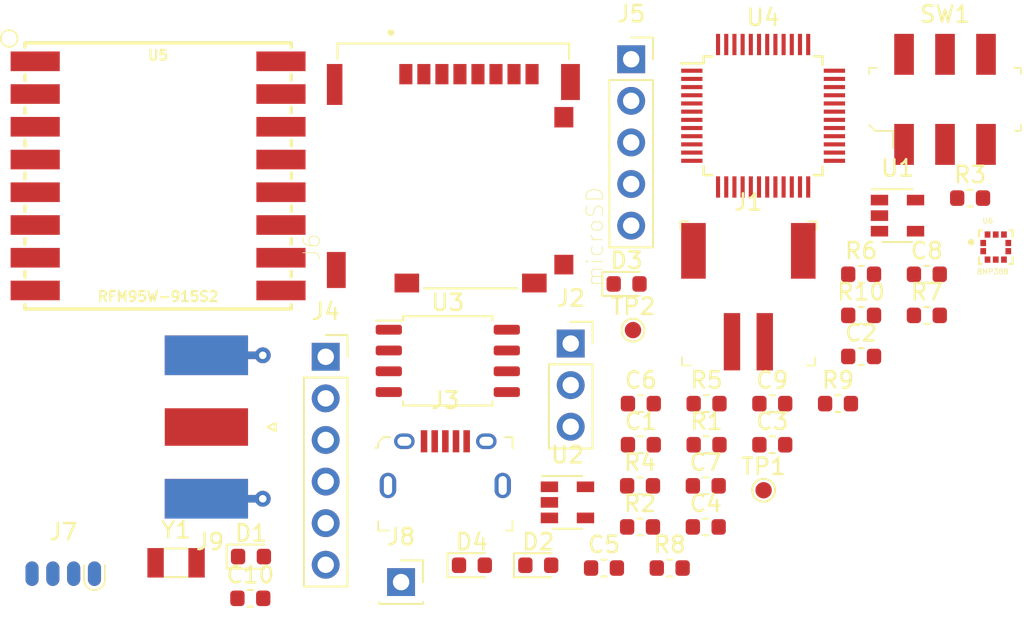
<source format=kicad_pcb>
(kicad_pcb (version 20171130) (host pcbnew "(6.0.0-rc1-dev-1248-ged6c68a1e)")

  (general
    (thickness 1.6)
    (drawings 0)
    (tracks 0)
    (zones 0)
    (modules 43)
    (nets 70)
  )

  (page A4)
  (layers
    (0 F.Cu signal)
    (31 B.Cu signal)
    (32 B.Adhes user)
    (33 F.Adhes user)
    (34 B.Paste user)
    (35 F.Paste user)
    (36 B.SilkS user)
    (37 F.SilkS user)
    (38 B.Mask user)
    (39 F.Mask user)
    (40 Dwgs.User user)
    (41 Cmts.User user)
    (42 Eco1.User user)
    (43 Eco2.User user)
    (44 Edge.Cuts user)
    (45 Margin user)
    (46 B.CrtYd user)
    (47 F.CrtYd user)
    (48 B.Fab user)
    (49 F.Fab user)
  )

  (setup
    (last_trace_width 0.25)
    (trace_clearance 0.2)
    (zone_clearance 0.508)
    (zone_45_only no)
    (trace_min 0.2)
    (via_size 0.8)
    (via_drill 0.4)
    (via_min_size 0.4)
    (via_min_drill 0.3)
    (uvia_size 0.3)
    (uvia_drill 0.1)
    (uvias_allowed no)
    (uvia_min_size 0.2)
    (uvia_min_drill 0.1)
    (edge_width 0.05)
    (segment_width 0.2)
    (pcb_text_width 0.3)
    (pcb_text_size 1.5 1.5)
    (mod_edge_width 0.12)
    (mod_text_size 1 1)
    (mod_text_width 0.15)
    (pad_size 1.524 1.524)
    (pad_drill 0.762)
    (pad_to_mask_clearance 0.051)
    (solder_mask_min_width 0.25)
    (aux_axis_origin 0 0)
    (visible_elements 7FFFFFFF)
    (pcbplotparams
      (layerselection 0x010fc_ffffffff)
      (usegerberextensions false)
      (usegerberattributes false)
      (usegerberadvancedattributes false)
      (creategerberjobfile false)
      (excludeedgelayer true)
      (linewidth 0.100000)
      (plotframeref false)
      (viasonmask false)
      (mode 1)
      (useauxorigin false)
      (hpglpennumber 1)
      (hpglpenspeed 20)
      (hpglpendiameter 15.000000)
      (psnegative false)
      (psa4output false)
      (plotreference true)
      (plotvalue true)
      (plotinvisibletext false)
      (padsonsilk false)
      (subtractmaskfromsilk false)
      (outputformat 1)
      (mirror false)
      (drillshape 1)
      (scaleselection 1)
      (outputdirectory ""))
  )

  (net 0 "")
  (net 1 GND)
  (net 2 VBUS)
  (net 3 +BATT)
  (net 4 +3V3)
  (net 5 "Net-(C4-Pad2)")
  (net 6 "Net-(C5-Pad2)")
  (net 7 "Net-(C9-Pad2)")
  (net 8 /AREF)
  (net 9 /USER_LED)
  (net 10 "Net-(D2-Pad1)")
  (net 11 "Net-(D3-Pad1)")
  (net 12 "Net-(D4-Pad1)")
  (net 13 /ANEN_INT)
  (net 14 /USB_D-)
  (net 15 "Net-(J3-Pad4)")
  (net 16 /USB_D+)
  (net 17 /I2C_SDA)
  (net 18 /I2C_SCL)
  (net 19 /SERIAL_RX)
  (net 20 /SERIAL_TX)
  (net 21 /SWCLK)
  (net 22 /SWDIO)
  (net 23 /RESET)
  (net 24 "Net-(J6-PadP5)")
  (net 25 "Net-(J6-PadP4)")
  (net 26 "Net-(J6-PadP3)")
  (net 27 "Net-(J6-PadDT)")
  (net 28 "Net-(J6-PadSW)")
  (net 29 "Net-(J6-PadP2)")
  (net 30 "Net-(J6-PadP1)")
  (net 31 "Net-(J6-Pad8)")
  (net 32 /microSD_MISO)
  (net 33 /microSD_SCK)
  (net 34 /microSD_MOSI)
  (net 35 /microSD_CS)
  (net 36 "Net-(J6-Pad1)")
  (net 37 /ANTENNA)
  (net 38 /BATT_V)
  (net 39 "Net-(R4-Pad1)")
  (net 40 "Net-(R5-Pad2)")
  (net 41 /FLASH_CS)
  (net 42 /LORA_CS)
  (net 43 /BMP388_CS)
  (net 44 "Net-(SW1-Pad3)")
  (net 45 "Net-(SW1-Pad1)")
  (net 46 "Net-(U2-Pad4)")
  (net 47 /FLASH_SCK)
  (net 48 /FLASH_MOSI)
  (net 49 /FLASH_MISO)
  (net 50 "Net-(U4-Pad41)")
  (net 51 /LORA_INT)
  (net 52 /LORA_RESET)
  (net 53 "Net-(U4-Pad30)")
  (net 54 "Net-(U4-Pad29)")
  (net 55 /BMP388_MISO)
  (net 56 /BMP388_SCK)
  (net 57 /BMP388_MOSI)
  (net 58 /LORA_MISO)
  (net 59 "Net-(U4-Pad12)")
  (net 60 "Net-(U4-Pad11)")
  (net 61 /LORA_SCK)
  (net 62 /LORA_MOSI)
  (net 63 "Net-(U4-Pad3)")
  (net 64 "Net-(U5-Pad7)")
  (net 65 "Net-(U5-Pad11)")
  (net 66 "Net-(U5-Pad12)")
  (net 67 "Net-(U5-Pad15)")
  (net 68 "Net-(U5-Pad16)")
  (net 69 "Net-(U6-Pad7)")

  (net_class Default "This is the default net class."
    (clearance 0.2)
    (trace_width 0.25)
    (via_dia 0.8)
    (via_drill 0.4)
    (uvia_dia 0.3)
    (uvia_drill 0.1)
    (add_net +3V3)
    (add_net +BATT)
    (add_net /ANEN_INT)
    (add_net /ANTENNA)
    (add_net /AREF)
    (add_net /BATT_V)
    (add_net /BMP388_CS)
    (add_net /BMP388_MISO)
    (add_net /BMP388_MOSI)
    (add_net /BMP388_SCK)
    (add_net /FLASH_CS)
    (add_net /FLASH_MISO)
    (add_net /FLASH_MOSI)
    (add_net /FLASH_SCK)
    (add_net /I2C_SCL)
    (add_net /I2C_SDA)
    (add_net /LORA_CS)
    (add_net /LORA_INT)
    (add_net /LORA_MISO)
    (add_net /LORA_MOSI)
    (add_net /LORA_RESET)
    (add_net /LORA_SCK)
    (add_net /RESET)
    (add_net /SERIAL_RX)
    (add_net /SERIAL_TX)
    (add_net /SWCLK)
    (add_net /SWDIO)
    (add_net /USB_D+)
    (add_net /USB_D-)
    (add_net /USER_LED)
    (add_net /microSD_CS)
    (add_net /microSD_MISO)
    (add_net /microSD_MOSI)
    (add_net /microSD_SCK)
    (add_net GND)
    (add_net "Net-(C4-Pad2)")
    (add_net "Net-(C5-Pad2)")
    (add_net "Net-(C9-Pad2)")
    (add_net "Net-(D2-Pad1)")
    (add_net "Net-(D3-Pad1)")
    (add_net "Net-(D4-Pad1)")
    (add_net "Net-(J3-Pad4)")
    (add_net "Net-(J6-Pad1)")
    (add_net "Net-(J6-Pad8)")
    (add_net "Net-(J6-PadDT)")
    (add_net "Net-(J6-PadP1)")
    (add_net "Net-(J6-PadP2)")
    (add_net "Net-(J6-PadP3)")
    (add_net "Net-(J6-PadP4)")
    (add_net "Net-(J6-PadP5)")
    (add_net "Net-(J6-PadSW)")
    (add_net "Net-(R4-Pad1)")
    (add_net "Net-(R5-Pad2)")
    (add_net "Net-(SW1-Pad1)")
    (add_net "Net-(SW1-Pad3)")
    (add_net "Net-(U2-Pad4)")
    (add_net "Net-(U4-Pad11)")
    (add_net "Net-(U4-Pad12)")
    (add_net "Net-(U4-Pad29)")
    (add_net "Net-(U4-Pad3)")
    (add_net "Net-(U4-Pad30)")
    (add_net "Net-(U4-Pad41)")
    (add_net "Net-(U5-Pad11)")
    (add_net "Net-(U5-Pad12)")
    (add_net "Net-(U5-Pad15)")
    (add_net "Net-(U5-Pad16)")
    (add_net "Net-(U5-Pad7)")
    (add_net "Net-(U6-Pad7)")
    (add_net VBUS)
  )

  (module footprints:Crystal_SMD_3215-2Pin_3.2x1.5mm (layer F.Cu) (tedit 5A0FD1B2) (tstamp 5D05D83A)
    (at 81.745001 84.075001)
    (descr "SMD Crystal FC-135 https://support.epson.biz/td/api/doc_check.php?dl=brief_FC-135R_en.pdf")
    (tags "SMD SMT Crystal")
    (path /5D13D4AA)
    (attr smd)
    (fp_text reference Y1 (at 0 -2) (layer F.SilkS)
      (effects (font (size 1 1) (thickness 0.15)))
    )
    (fp_text value "32.768 Hz" (at 0 2) (layer F.Fab)
      (effects (font (size 1 1) (thickness 0.15)))
    )
    (fp_line (start 2 -1.15) (end 2 1.15) (layer F.CrtYd) (width 0.05))
    (fp_line (start -2 -1.15) (end -2 1.15) (layer F.CrtYd) (width 0.05))
    (fp_line (start -2 1.15) (end 2 1.15) (layer F.CrtYd) (width 0.05))
    (fp_line (start -1.6 0.75) (end 1.6 0.75) (layer F.Fab) (width 0.1))
    (fp_line (start -1.6 -0.75) (end 1.6 -0.75) (layer F.Fab) (width 0.1))
    (fp_line (start 1.6 -0.75) (end 1.6 0.75) (layer F.Fab) (width 0.1))
    (fp_line (start -0.675 -0.875) (end 0.675 -0.875) (layer F.SilkS) (width 0.12))
    (fp_line (start -0.675 0.875) (end 0.675 0.875) (layer F.SilkS) (width 0.12))
    (fp_line (start -1.6 -0.75) (end -1.6 0.75) (layer F.Fab) (width 0.1))
    (fp_line (start -2 -1.15) (end 2 -1.15) (layer F.CrtYd) (width 0.05))
    (fp_text user %R (at 0 -2) (layer F.Fab)
      (effects (font (size 1 1) (thickness 0.15)))
    )
    (pad 2 smd rect (at -1.25 0) (size 1 1.8) (layers F.Cu F.Paste F.Mask)
      (net 6 "Net-(C5-Pad2)"))
    (pad 1 smd rect (at 1.25 0) (size 1 1.8) (layers F.Cu F.Paste F.Mask)
      (net 5 "Net-(C4-Pad2)"))
    (model ${KISYS3DMOD}/Crystal.3dshapes/Crystal_SMD_3215-2Pin_3.2x1.5mm.wrl
      (at (xyz 0 0 0))
      (scale (xyz 1 1 1))
      (rotate (xyz 0 0 0))
    )
  )

  (module BMP388:PQFN50P200X200X80-10N (layer F.Cu) (tedit 0) (tstamp 5D05D829)
    (at 131.760001 64.795001)
    (path /5CFAB42B)
    (attr smd)
    (fp_text reference U6 (at -0.487858 -1.60538) (layer F.SilkS)
      (effects (font (size 0.320434 0.320434) (thickness 0.05)))
    )
    (fp_text value BMP388 (at -0.184282 1.49908) (layer F.SilkS)
      (effects (font (size 0.320487 0.320487) (thickness 0.05)))
    )
    (fp_circle (center -1.5 -0.3) (end -1.4 -0.3) (layer F.SilkS) (width 0.2))
    (fp_circle (center -1.5 -0.3) (end -1.4 -0.3) (layer Eco2.User) (width 0.2))
    (fp_line (start 1.03 1.03) (end 1.03 0.63) (layer F.SilkS) (width 0.127))
    (fp_line (start 0.85 1.03) (end 1.03 1.03) (layer F.SilkS) (width 0.127))
    (fp_line (start 1.03 -1.03) (end 1.03 -0.63) (layer F.SilkS) (width 0.127))
    (fp_line (start 0.85 -1.03) (end 1.03 -1.03) (layer F.SilkS) (width 0.127))
    (fp_line (start -1.03 -1.03) (end -0.85 -1.03) (layer F.SilkS) (width 0.127))
    (fp_line (start -1.03 -0.63) (end -1.03 -1.03) (layer F.SilkS) (width 0.127))
    (fp_line (start -1.03 1.03) (end -1.03 0.63) (layer F.SilkS) (width 0.127))
    (fp_line (start -0.85 1.03) (end -1.03 1.03) (layer F.SilkS) (width 0.127))
    (fp_line (start 1.03 -1.03) (end 1.03 1.03) (layer Eco2.User) (width 0.127))
    (fp_line (start -1.03 -1.03) (end 1.03 -1.03) (layer Eco2.User) (width 0.127))
    (fp_line (start -1.03 1.03) (end -1.03 -1.03) (layer Eco2.User) (width 0.127))
    (fp_line (start 1.03 1.03) (end -1.03 1.03) (layer Eco2.User) (width 0.127))
    (fp_line (start 1.21 -1.21) (end 1.21 1.21) (layer Eco1.User) (width 0.05))
    (fp_line (start -1.21 -1.21) (end 1.21 -1.21) (layer Eco1.User) (width 0.05))
    (fp_line (start -1.21 1.21) (end -1.21 -1.21) (layer Eco1.User) (width 0.05))
    (fp_line (start 1.21 1.21) (end -1.21 1.21) (layer Eco1.User) (width 0.05))
    (pad 10 smd rect (at -0.5 -0.765 90) (size 0.38 0.35) (layers F.Cu F.Paste F.Mask)
      (net 4 +3V3))
    (pad 9 smd rect (at 0 -0.765 90) (size 0.38 0.35) (layers F.Cu F.Paste F.Mask)
      (net 1 GND))
    (pad 8 smd rect (at 0.5 -0.765 90) (size 0.38 0.35) (layers F.Cu F.Paste F.Mask)
      (net 1 GND))
    (pad 7 smd rect (at 0.765 -0.25 90) (size 0.38 0.35) (layers F.Cu F.Paste F.Mask)
      (net 69 "Net-(U6-Pad7)"))
    (pad 6 smd rect (at 0.765 0.25 90) (size 0.38 0.35) (layers F.Cu F.Paste F.Mask)
      (net 43 /BMP388_CS))
    (pad 5 smd rect (at 0.5 0.765 90) (size 0.38 0.35) (layers F.Cu F.Paste F.Mask)
      (net 55 /BMP388_MISO))
    (pad 4 smd rect (at 0 0.765 90) (size 0.38 0.35) (layers F.Cu F.Paste F.Mask)
      (net 57 /BMP388_MOSI))
    (pad 3 smd rect (at -0.5 0.765 90) (size 0.38 0.35) (layers F.Cu F.Paste F.Mask)
      (net 1 GND))
    (pad 2 smd rect (at -0.765 0.25 90) (size 0.38 0.35) (layers F.Cu F.Paste F.Mask)
      (net 56 /BMP388_SCK))
    (pad 1 smd rect (at -0.765 -0.25 90) (size 0.38 0.35) (layers F.Cu F.Paste F.Mask)
      (net 4 +3V3))
  )

  (module footprints:RFM69HCW-XXXS2 (layer F.Cu) (tedit 200000) (tstamp 5D05D809)
    (at 80.646121 60.447621)
    (descr "HOPE RF RFM69HCW RF TRANSCIEVER")
    (tags "HOPE RF RFM69HCW RF TRANSCIEVER")
    (path /5D020434)
    (attr smd)
    (fp_text reference U5 (at 0 -7.366) (layer F.SilkS)
      (effects (font (size 0.6096 0.6096) (thickness 0.127)))
    )
    (fp_text value RFM95W-915S2 (at 0 7.366) (layer F.SilkS)
      (effects (font (size 0.6096 0.6096) (thickness 0.127)))
    )
    (fp_line (start -8.12546 -8.12546) (end 8.12546 -8.12546) (layer F.SilkS) (width 0.2032))
    (fp_line (start 8.12546 8.12546) (end -8.12546 8.12546) (layer F.SilkS) (width 0.2032))
    (fp_line (start -3.99796 -5.99948) (end -3.99796 -1.99898) (layer Dwgs.User) (width 0.2032))
    (fp_line (start -3.99796 -1.99898) (end 0 -1.99898) (layer Dwgs.User) (width 0.2032))
    (fp_line (start 0 -1.99898) (end 0 -5.99948) (layer Dwgs.User) (width 0.2032))
    (fp_line (start 0 -5.99948) (end -3.99796 -5.99948) (layer Dwgs.User) (width 0.2032))
    (fp_line (start 1.99898 0.49784) (end 1.99898 -1.4986) (layer Dwgs.User) (width 0.2032))
    (fp_line (start 3.99796 -1.4986) (end 1.99898 -1.4986) (layer Dwgs.User) (width 0.2032))
    (fp_line (start 3.99796 0.49784) (end 3.99796 -1.4986) (layer Dwgs.User) (width 0.2032))
    (fp_line (start 3.99796 0.49784) (end 1.99898 0.49784) (layer Dwgs.User) (width 0.2032))
    (fp_line (start -7.99846 7.99846) (end 7.99846 7.99846) (layer Dwgs.User) (width 0.127))
    (fp_line (start 7.99846 7.99846) (end 7.99846 -7.99846) (layer Dwgs.User) (width 0.127))
    (fp_line (start 7.99846 -7.99846) (end -7.99846 -7.99846) (layer Dwgs.User) (width 0.127))
    (fp_line (start -7.99846 -7.99846) (end -7.99846 7.99846) (layer Dwgs.User) (width 0.127))
    (fp_line (start -8.12546 8.12546) (end -8.12546 7.85876) (layer F.SilkS) (width 0.2032))
    (fp_line (start 8.12546 7.85876) (end 8.12546 8.12546) (layer F.SilkS) (width 0.2032))
    (fp_line (start -8.12546 -5.82422) (end -8.12546 -6.15442) (layer F.SilkS) (width 0.2032))
    (fp_line (start 8.12546 -8.12546) (end 8.12546 -7.85876) (layer F.SilkS) (width 0.2032))
    (fp_line (start -8.12546 -7.85876) (end -8.12546 -8.12546) (layer F.SilkS) (width 0.2032))
    (fp_line (start -8.12546 -3.82524) (end -8.12546 -4.15544) (layer F.SilkS) (width 0.2032))
    (fp_line (start -8.12546 -1.82372) (end -8.12546 -2.15392) (layer F.SilkS) (width 0.2032))
    (fp_line (start -8.12546 0.17272) (end -8.12546 -0.15494) (layer F.SilkS) (width 0.2032))
    (fp_line (start -8.12546 2.1717) (end -8.12546 1.8415) (layer F.SilkS) (width 0.2032))
    (fp_line (start -8.12546 4.17322) (end -8.12546 3.84302) (layer F.SilkS) (width 0.2032))
    (fp_line (start -8.12546 6.1722) (end -8.12546 5.842) (layer F.SilkS) (width 0.2032))
    (fp_line (start 8.12546 5.82422) (end 8.12546 6.15442) (layer F.SilkS) (width 0.2032))
    (fp_line (start 8.12546 3.82524) (end 8.12546 4.15544) (layer F.SilkS) (width 0.2032))
    (fp_line (start 8.12546 1.82372) (end 8.12546 2.15392) (layer F.SilkS) (width 0.2032))
    (fp_line (start 8.12546 -0.17272) (end 8.12546 0.15494) (layer F.SilkS) (width 0.2032))
    (fp_line (start 8.12546 -2.1717) (end 8.12546 -1.8415) (layer F.SilkS) (width 0.2032))
    (fp_line (start 8.12546 -4.17322) (end 8.12546 -3.84302) (layer F.SilkS) (width 0.2032))
    (fp_line (start 8.12546 -6.1722) (end 8.12546 -5.842) (layer F.SilkS) (width 0.2032))
    (fp_circle (center -9.08812 -8.38962) (end -9.08812 -8.89762) (layer F.SilkS) (width 0.1))
    (fp_text user 1 (at -4.84886 -5.98424) (layer Dwgs.User)
      (effects (font (size 1.27 1.27) (thickness 0.1524)))
    )
    (pad 1 smd rect (at -7.49808 -6.9977) (size 2.99974 1.19888) (layers F.Cu F.Paste F.Mask)
      (net 1 GND) (solder_mask_margin 0.1016))
    (pad 2 smd rect (at -7.49808 -4.99872) (size 2.99974 1.19888) (layers F.Cu F.Paste F.Mask)
      (net 58 /LORA_MISO) (solder_mask_margin 0.1016))
    (pad 3 smd rect (at -7.49808 -2.99974) (size 2.99974 1.19888) (layers F.Cu F.Paste F.Mask)
      (net 62 /LORA_MOSI) (solder_mask_margin 0.1016))
    (pad 4 smd rect (at -7.49808 -0.99822) (size 2.99974 1.19888) (layers F.Cu F.Paste F.Mask)
      (net 61 /LORA_SCK) (solder_mask_margin 0.1016))
    (pad 5 smd rect (at -7.49808 0.99822) (size 2.99974 1.19888) (layers F.Cu F.Paste F.Mask)
      (net 42 /LORA_CS) (solder_mask_margin 0.1016))
    (pad 6 smd rect (at -7.49808 2.99974) (size 2.99974 1.19888) (layers F.Cu F.Paste F.Mask)
      (net 52 /LORA_RESET) (solder_mask_margin 0.1016))
    (pad 7 smd rect (at -7.49808 4.99872) (size 2.99974 1.19888) (layers F.Cu F.Paste F.Mask)
      (net 64 "Net-(U5-Pad7)") (solder_mask_margin 0.1016))
    (pad 8 smd rect (at -7.49808 6.9977) (size 2.99974 1.19888) (layers F.Cu F.Paste F.Mask)
      (net 1 GND) (solder_mask_margin 0.1016))
    (pad 9 smd rect (at 7.49808 6.9977) (size 2.99974 1.19888) (layers F.Cu F.Paste F.Mask)
      (net 37 /ANTENNA) (solder_mask_margin 0.1016))
    (pad 10 smd rect (at 7.49808 4.99872) (size 2.99974 1.19888) (layers F.Cu F.Paste F.Mask)
      (net 1 GND) (solder_mask_margin 0.1016))
    (pad 11 smd rect (at 7.49808 2.99974) (size 2.99974 1.19888) (layers F.Cu F.Paste F.Mask)
      (net 65 "Net-(U5-Pad11)") (solder_mask_margin 0.1016))
    (pad 12 smd rect (at 7.49808 0.99822) (size 2.99974 1.19888) (layers F.Cu F.Paste F.Mask)
      (net 66 "Net-(U5-Pad12)") (solder_mask_margin 0.1016))
    (pad 13 smd rect (at 7.49808 -0.99822) (size 2.99974 1.19888) (layers F.Cu F.Paste F.Mask)
      (net 4 +3V3) (solder_mask_margin 0.1016))
    (pad 14 smd rect (at 7.49808 -2.99974) (size 2.99974 1.19888) (layers F.Cu F.Paste F.Mask)
      (net 51 /LORA_INT) (solder_mask_margin 0.1016))
    (pad 15 smd rect (at 7.49808 -4.99872) (size 2.99974 1.19888) (layers F.Cu F.Paste F.Mask)
      (net 67 "Net-(U5-Pad15)") (solder_mask_margin 0.1016))
    (pad 16 smd rect (at 7.49808 -6.9977) (size 2.99974 1.19888) (layers F.Cu F.Paste F.Mask)
      (net 68 "Net-(U5-Pad16)") (solder_mask_margin 0.1016))
  )

  (module footprints:TQFP-48_7x7mm_P0.5mm (layer F.Cu) (tedit 5A02F146) (tstamp 5D05D7D3)
    (at 117.565001 56.775001)
    (descr "48 LEAD TQFP 7x7mm (see MICREL TQFP7x7-48LD-PL-1.pdf)")
    (tags "QFP 0.5")
    (path /5CEC88D0)
    (attr smd)
    (fp_text reference U4 (at 0 -6) (layer F.SilkS)
      (effects (font (size 1 1) (thickness 0.15)))
    )
    (fp_text value ATSAMD21G18A-AUT (at 0 6) (layer F.Fab)
      (effects (font (size 1 1) (thickness 0.15)))
    )
    (fp_line (start -3.625 -3.2) (end -5 -3.2) (layer F.SilkS) (width 0.15))
    (fp_line (start 3.625 -3.625) (end 3.1 -3.625) (layer F.SilkS) (width 0.15))
    (fp_line (start 3.625 3.625) (end 3.1 3.625) (layer F.SilkS) (width 0.15))
    (fp_line (start -3.625 3.625) (end -3.1 3.625) (layer F.SilkS) (width 0.15))
    (fp_line (start -3.625 -3.625) (end -3.1 -3.625) (layer F.SilkS) (width 0.15))
    (fp_line (start -3.625 3.625) (end -3.625 3.1) (layer F.SilkS) (width 0.15))
    (fp_line (start 3.625 3.625) (end 3.625 3.1) (layer F.SilkS) (width 0.15))
    (fp_line (start 3.625 -3.625) (end 3.625 -3.1) (layer F.SilkS) (width 0.15))
    (fp_line (start -3.625 -3.625) (end -3.625 -3.2) (layer F.SilkS) (width 0.15))
    (fp_line (start -5.25 5.25) (end 5.25 5.25) (layer F.CrtYd) (width 0.05))
    (fp_line (start -5.25 -5.25) (end 5.25 -5.25) (layer F.CrtYd) (width 0.05))
    (fp_line (start 5.25 -5.25) (end 5.25 5.25) (layer F.CrtYd) (width 0.05))
    (fp_line (start -5.25 -5.25) (end -5.25 5.25) (layer F.CrtYd) (width 0.05))
    (fp_line (start -3.5 -2.5) (end -2.5 -3.5) (layer F.Fab) (width 0.15))
    (fp_line (start -3.5 3.5) (end -3.5 -2.5) (layer F.Fab) (width 0.15))
    (fp_line (start 3.5 3.5) (end -3.5 3.5) (layer F.Fab) (width 0.15))
    (fp_line (start 3.5 -3.5) (end 3.5 3.5) (layer F.Fab) (width 0.15))
    (fp_line (start -2.5 -3.5) (end 3.5 -3.5) (layer F.Fab) (width 0.15))
    (fp_text user %R (at 0 0) (layer F.Fab)
      (effects (font (size 1 1) (thickness 0.15)))
    )
    (pad 48 smd rect (at -2.75 -4.35 90) (size 1.3 0.25) (layers F.Cu F.Paste F.Mask)
      (net 19 /SERIAL_RX))
    (pad 47 smd rect (at -2.25 -4.35 90) (size 1.3 0.25) (layers F.Cu F.Paste F.Mask)
      (net 20 /SERIAL_TX))
    (pad 46 smd rect (at -1.75 -4.35 90) (size 1.3 0.25) (layers F.Cu F.Paste F.Mask)
      (net 22 /SWDIO))
    (pad 45 smd rect (at -1.25 -4.35 90) (size 1.3 0.25) (layers F.Cu F.Paste F.Mask)
      (net 21 /SWCLK))
    (pad 44 smd rect (at -0.75 -4.35 90) (size 1.3 0.25) (layers F.Cu F.Paste F.Mask)
      (net 4 +3V3))
    (pad 43 smd rect (at -0.25 -4.35 90) (size 1.3 0.25) (layers F.Cu F.Paste F.Mask)
      (net 7 "Net-(C9-Pad2)"))
    (pad 42 smd rect (at 0.25 -4.35 90) (size 1.3 0.25) (layers F.Cu F.Paste F.Mask)
      (net 1 GND))
    (pad 41 smd rect (at 0.75 -4.35 90) (size 1.3 0.25) (layers F.Cu F.Paste F.Mask)
      (net 50 "Net-(U4-Pad41)"))
    (pad 40 smd rect (at 1.25 -4.35 90) (size 1.3 0.25) (layers F.Cu F.Paste F.Mask)
      (net 23 /RESET))
    (pad 39 smd rect (at 1.75 -4.35 90) (size 1.3 0.25) (layers F.Cu F.Paste F.Mask)
      (net 9 /USER_LED))
    (pad 38 smd rect (at 2.25 -4.35 90) (size 1.3 0.25) (layers F.Cu F.Paste F.Mask)
      (net 51 /LORA_INT))
    (pad 37 smd rect (at 2.75 -4.35 90) (size 1.3 0.25) (layers F.Cu F.Paste F.Mask)
      (net 52 /LORA_RESET))
    (pad 36 smd rect (at 4.35 -2.75) (size 1.3 0.25) (layers F.Cu F.Paste F.Mask)
      (net 4 +3V3))
    (pad 35 smd rect (at 4.35 -2.25) (size 1.3 0.25) (layers F.Cu F.Paste F.Mask)
      (net 1 GND))
    (pad 34 smd rect (at 4.35 -1.75) (size 1.3 0.25) (layers F.Cu F.Paste F.Mask)
      (net 16 /USB_D+))
    (pad 33 smd rect (at 4.35 -1.25) (size 1.3 0.25) (layers F.Cu F.Paste F.Mask)
      (net 14 /USB_D-))
    (pad 32 smd rect (at 4.35 -0.75) (size 1.3 0.25) (layers F.Cu F.Paste F.Mask)
      (net 18 /I2C_SCL))
    (pad 31 smd rect (at 4.35 -0.25) (size 1.3 0.25) (layers F.Cu F.Paste F.Mask)
      (net 17 /I2C_SDA))
    (pad 30 smd rect (at 4.35 0.25) (size 1.3 0.25) (layers F.Cu F.Paste F.Mask)
      (net 53 "Net-(U4-Pad30)"))
    (pad 29 smd rect (at 4.35 0.75) (size 1.3 0.25) (layers F.Cu F.Paste F.Mask)
      (net 54 "Net-(U4-Pad29)"))
    (pad 28 smd rect (at 4.35 1.25) (size 1.3 0.25) (layers F.Cu F.Paste F.Mask)
      (net 41 /FLASH_CS))
    (pad 27 smd rect (at 4.35 1.75) (size 1.3 0.25) (layers F.Cu F.Paste F.Mask)
      (net 49 /FLASH_MISO))
    (pad 26 smd rect (at 4.35 2.25) (size 1.3 0.25) (layers F.Cu F.Paste F.Mask)
      (net 47 /FLASH_SCK))
    (pad 25 smd rect (at 4.35 2.75) (size 1.3 0.25) (layers F.Cu F.Paste F.Mask)
      (net 48 /FLASH_MOSI))
    (pad 24 smd rect (at 2.75 4.35 90) (size 1.3 0.25) (layers F.Cu F.Paste F.Mask)
      (net 43 /BMP388_CS))
    (pad 23 smd rect (at 2.25 4.35 90) (size 1.3 0.25) (layers F.Cu F.Paste F.Mask)
      (net 55 /BMP388_MISO))
    (pad 22 smd rect (at 1.75 4.35 90) (size 1.3 0.25) (layers F.Cu F.Paste F.Mask)
      (net 56 /BMP388_SCK))
    (pad 21 smd rect (at 1.25 4.35 90) (size 1.3 0.25) (layers F.Cu F.Paste F.Mask)
      (net 57 /BMP388_MOSI))
    (pad 20 smd rect (at 0.75 4.35 90) (size 1.3 0.25) (layers F.Cu F.Paste F.Mask)
      (net 42 /LORA_CS))
    (pad 19 smd rect (at 0.25 4.35 90) (size 1.3 0.25) (layers F.Cu F.Paste F.Mask)
      (net 58 /LORA_MISO))
    (pad 18 smd rect (at -0.25 4.35 90) (size 1.3 0.25) (layers F.Cu F.Paste F.Mask)
      (net 1 GND))
    (pad 17 smd rect (at -0.75 4.35 90) (size 1.3 0.25) (layers F.Cu F.Paste F.Mask)
      (net 4 +3V3))
    (pad 16 smd rect (at -1.25 4.35 90) (size 1.3 0.25) (layers F.Cu F.Paste F.Mask)
      (net 35 /microSD_CS))
    (pad 15 smd rect (at -1.75 4.35 90) (size 1.3 0.25) (layers F.Cu F.Paste F.Mask)
      (net 32 /microSD_MISO))
    (pad 14 smd rect (at -2.25 4.35 90) (size 1.3 0.25) (layers F.Cu F.Paste F.Mask)
      (net 33 /microSD_SCK))
    (pad 13 smd rect (at -2.75 4.35 90) (size 1.3 0.25) (layers F.Cu F.Paste F.Mask)
      (net 34 /microSD_MOSI))
    (pad 12 smd rect (at -4.35 2.75) (size 1.3 0.25) (layers F.Cu F.Paste F.Mask)
      (net 59 "Net-(U4-Pad12)"))
    (pad 11 smd rect (at -4.35 2.25) (size 1.3 0.25) (layers F.Cu F.Paste F.Mask)
      (net 60 "Net-(U4-Pad11)"))
    (pad 10 smd rect (at -4.35 1.75) (size 1.3 0.25) (layers F.Cu F.Paste F.Mask)
      (net 13 /ANEN_INT))
    (pad 9 smd rect (at -4.35 1.25) (size 1.3 0.25) (layers F.Cu F.Paste F.Mask)
      (net 38 /BATT_V))
    (pad 8 smd rect (at -4.35 0.75) (size 1.3 0.25) (layers F.Cu F.Paste F.Mask)
      (net 61 /LORA_SCK))
    (pad 7 smd rect (at -4.35 0.25) (size 1.3 0.25) (layers F.Cu F.Paste F.Mask)
      (net 62 /LORA_MOSI))
    (pad 6 smd rect (at -4.35 -0.25) (size 1.3 0.25) (layers F.Cu F.Paste F.Mask)
      (net 4 +3V3))
    (pad 5 smd rect (at -4.35 -0.75) (size 1.3 0.25) (layers F.Cu F.Paste F.Mask)
      (net 1 GND))
    (pad 4 smd rect (at -4.35 -1.25) (size 1.3 0.25) (layers F.Cu F.Paste F.Mask)
      (net 8 /AREF))
    (pad 3 smd rect (at -4.35 -1.75) (size 1.3 0.25) (layers F.Cu F.Paste F.Mask)
      (net 63 "Net-(U4-Pad3)"))
    (pad 2 smd rect (at -4.35 -2.25) (size 1.3 0.25) (layers F.Cu F.Paste F.Mask)
      (net 5 "Net-(C4-Pad2)"))
    (pad 1 smd rect (at -4.35 -2.75) (size 1.3 0.25) (layers F.Cu F.Paste F.Mask)
      (net 6 "Net-(C5-Pad2)"))
    (model ${KISYS3DMOD}/Package_QFP.3dshapes/TQFP-48_7x7mm_P0.5mm.wrl
      (at (xyz 0 0 0))
      (scale (xyz 1 1 1))
      (rotate (xyz 0 0 0))
    )
  )

  (module footprints:SOIC-8_5.23x5.23mm_P1.27mm (layer F.Cu) (tedit 5C9033D8) (tstamp 5D05D78C)
    (at 98.325001 71.745001)
    (descr "SOIC, 8 Pin (http://www.winbond.com/resource-files/w25q32jv%20revg%2003272018%20plus.pdf#page=68), generated with kicad-footprint-generator ipc_gullwing_generator.py")
    (tags "SOIC SO")
    (path /5D002FC4)
    (attr smd)
    (fp_text reference U3 (at 0 -3.56) (layer F.SilkS)
      (effects (font (size 1 1) (thickness 0.15)))
    )
    (fp_text value W25Q64JVSSIM (at 0 3.56) (layer F.Fab)
      (effects (font (size 1 1) (thickness 0.15)))
    )
    (fp_text user %R (at 0 0) (layer F.Fab)
      (effects (font (size 1 1) (thickness 0.15)))
    )
    (fp_line (start 4.65 -2.86) (end -4.65 -2.86) (layer F.CrtYd) (width 0.05))
    (fp_line (start 4.65 2.86) (end 4.65 -2.86) (layer F.CrtYd) (width 0.05))
    (fp_line (start -4.65 2.86) (end 4.65 2.86) (layer F.CrtYd) (width 0.05))
    (fp_line (start -4.65 -2.86) (end -4.65 2.86) (layer F.CrtYd) (width 0.05))
    (fp_line (start -2.615 -1.615) (end -1.615 -2.615) (layer F.Fab) (width 0.1))
    (fp_line (start -2.615 2.615) (end -2.615 -1.615) (layer F.Fab) (width 0.1))
    (fp_line (start 2.615 2.615) (end -2.615 2.615) (layer F.Fab) (width 0.1))
    (fp_line (start 2.615 -2.615) (end 2.615 2.615) (layer F.Fab) (width 0.1))
    (fp_line (start -1.615 -2.615) (end 2.615 -2.615) (layer F.Fab) (width 0.1))
    (fp_line (start -2.725 -2.465) (end -4.4 -2.465) (layer F.SilkS) (width 0.12))
    (fp_line (start -2.725 -2.725) (end -2.725 -2.465) (layer F.SilkS) (width 0.12))
    (fp_line (start 0 -2.725) (end -2.725 -2.725) (layer F.SilkS) (width 0.12))
    (fp_line (start 2.725 -2.725) (end 2.725 -2.465) (layer F.SilkS) (width 0.12))
    (fp_line (start 0 -2.725) (end 2.725 -2.725) (layer F.SilkS) (width 0.12))
    (fp_line (start -2.725 2.725) (end -2.725 2.465) (layer F.SilkS) (width 0.12))
    (fp_line (start 0 2.725) (end -2.725 2.725) (layer F.SilkS) (width 0.12))
    (fp_line (start 2.725 2.725) (end 2.725 2.465) (layer F.SilkS) (width 0.12))
    (fp_line (start 0 2.725) (end 2.725 2.725) (layer F.SilkS) (width 0.12))
    (pad 8 smd roundrect (at 3.6 -1.905) (size 1.6 0.6) (layers F.Cu F.Paste F.Mask) (roundrect_rratio 0.25)
      (net 4 +3V3))
    (pad 7 smd roundrect (at 3.6 -0.635) (size 1.6 0.6) (layers F.Cu F.Paste F.Mask) (roundrect_rratio 0.25)
      (net 4 +3V3))
    (pad 6 smd roundrect (at 3.6 0.635) (size 1.6 0.6) (layers F.Cu F.Paste F.Mask) (roundrect_rratio 0.25)
      (net 47 /FLASH_SCK))
    (pad 5 smd roundrect (at 3.6 1.905) (size 1.6 0.6) (layers F.Cu F.Paste F.Mask) (roundrect_rratio 0.25)
      (net 48 /FLASH_MOSI))
    (pad 4 smd roundrect (at -3.6 1.905) (size 1.6 0.6) (layers F.Cu F.Paste F.Mask) (roundrect_rratio 0.25)
      (net 1 GND))
    (pad 3 smd roundrect (at -3.6 0.635) (size 1.6 0.6) (layers F.Cu F.Paste F.Mask) (roundrect_rratio 0.25)
      (net 4 +3V3))
    (pad 2 smd roundrect (at -3.6 -0.635) (size 1.6 0.6) (layers F.Cu F.Paste F.Mask) (roundrect_rratio 0.25)
      (net 49 /FLASH_MISO))
    (pad 1 smd roundrect (at -3.6 -1.905) (size 1.6 0.6) (layers F.Cu F.Paste F.Mask) (roundrect_rratio 0.25)
      (net 41 /FLASH_CS))
    (model ${KISYS3DMOD}/Package_SO.3dshapes/SOIC-8_5.23x5.23mm_P1.27mm.wrl
      (at (xyz 0 0 0))
      (scale (xyz 1 1 1))
      (rotate (xyz 0 0 0))
    )
  )

  (module footprints:SOT-23-5 (layer F.Cu) (tedit 5A02FF57) (tstamp 5D05D76D)
    (at 105.625001 80.385001)
    (descr "5-pin SOT23 package")
    (tags SOT-23-5)
    (path /5D23442D)
    (attr smd)
    (fp_text reference U2 (at 0 -2.9) (layer F.SilkS)
      (effects (font (size 1 1) (thickness 0.15)))
    )
    (fp_text value AP2112K-3.3 (at 0 2.9) (layer F.Fab)
      (effects (font (size 1 1) (thickness 0.15)))
    )
    (fp_line (start 0.9 -1.55) (end 0.9 1.55) (layer F.Fab) (width 0.1))
    (fp_line (start 0.9 1.55) (end -0.9 1.55) (layer F.Fab) (width 0.1))
    (fp_line (start -0.9 -0.9) (end -0.9 1.55) (layer F.Fab) (width 0.1))
    (fp_line (start 0.9 -1.55) (end -0.25 -1.55) (layer F.Fab) (width 0.1))
    (fp_line (start -0.9 -0.9) (end -0.25 -1.55) (layer F.Fab) (width 0.1))
    (fp_line (start -1.9 1.8) (end -1.9 -1.8) (layer F.CrtYd) (width 0.05))
    (fp_line (start 1.9 1.8) (end -1.9 1.8) (layer F.CrtYd) (width 0.05))
    (fp_line (start 1.9 -1.8) (end 1.9 1.8) (layer F.CrtYd) (width 0.05))
    (fp_line (start -1.9 -1.8) (end 1.9 -1.8) (layer F.CrtYd) (width 0.05))
    (fp_line (start 0.9 -1.61) (end -1.55 -1.61) (layer F.SilkS) (width 0.12))
    (fp_line (start -0.9 1.61) (end 0.9 1.61) (layer F.SilkS) (width 0.12))
    (fp_text user %R (at 0 0 90) (layer F.Fab)
      (effects (font (size 0.5 0.5) (thickness 0.075)))
    )
    (pad 5 smd rect (at 1.1 -0.95) (size 1.06 0.65) (layers F.Cu F.Paste F.Mask)
      (net 4 +3V3))
    (pad 4 smd rect (at 1.1 0.95) (size 1.06 0.65) (layers F.Cu F.Paste F.Mask)
      (net 46 "Net-(U2-Pad4)"))
    (pad 3 smd rect (at -1.1 0.95) (size 1.06 0.65) (layers F.Cu F.Paste F.Mask)
      (net 45 "Net-(SW1-Pad1)"))
    (pad 2 smd rect (at -1.1 0) (size 1.06 0.65) (layers F.Cu F.Paste F.Mask)
      (net 1 GND))
    (pad 1 smd rect (at -1.1 -0.95) (size 1.06 0.65) (layers F.Cu F.Paste F.Mask)
      (net 2 VBUS))
    (model ${KISYS3DMOD}/Package_TO_SOT_SMD.3dshapes/SOT-23-5.wrl
      (at (xyz 0 0 0))
      (scale (xyz 1 1 1))
      (rotate (xyz 0 0 0))
    )
  )

  (module footprints:SOT-23-5 (layer F.Cu) (tedit 5A02FF57) (tstamp 5D05D758)
    (at 125.765001 62.875001)
    (descr "5-pin SOT23 package")
    (tags SOT-23-5)
    (path /5CF7272B)
    (attr smd)
    (fp_text reference U1 (at 0 -2.9) (layer F.SilkS)
      (effects (font (size 1 1) (thickness 0.15)))
    )
    (fp_text value MCP73831-2-OT (at 0 2.9) (layer F.Fab)
      (effects (font (size 1 1) (thickness 0.15)))
    )
    (fp_line (start 0.9 -1.55) (end 0.9 1.55) (layer F.Fab) (width 0.1))
    (fp_line (start 0.9 1.55) (end -0.9 1.55) (layer F.Fab) (width 0.1))
    (fp_line (start -0.9 -0.9) (end -0.9 1.55) (layer F.Fab) (width 0.1))
    (fp_line (start 0.9 -1.55) (end -0.25 -1.55) (layer F.Fab) (width 0.1))
    (fp_line (start -0.9 -0.9) (end -0.25 -1.55) (layer F.Fab) (width 0.1))
    (fp_line (start -1.9 1.8) (end -1.9 -1.8) (layer F.CrtYd) (width 0.05))
    (fp_line (start 1.9 1.8) (end -1.9 1.8) (layer F.CrtYd) (width 0.05))
    (fp_line (start 1.9 -1.8) (end 1.9 1.8) (layer F.CrtYd) (width 0.05))
    (fp_line (start -1.9 -1.8) (end 1.9 -1.8) (layer F.CrtYd) (width 0.05))
    (fp_line (start 0.9 -1.61) (end -1.55 -1.61) (layer F.SilkS) (width 0.12))
    (fp_line (start -0.9 1.61) (end 0.9 1.61) (layer F.SilkS) (width 0.12))
    (fp_text user %R (at 0 0 90) (layer F.Fab)
      (effects (font (size 0.5 0.5) (thickness 0.075)))
    )
    (pad 5 smd rect (at 1.1 -0.95) (size 1.06 0.65) (layers F.Cu F.Paste F.Mask)
      (net 39 "Net-(R4-Pad1)"))
    (pad 4 smd rect (at 1.1 0.95) (size 1.06 0.65) (layers F.Cu F.Paste F.Mask)
      (net 2 VBUS))
    (pad 3 smd rect (at -1.1 0.95) (size 1.06 0.65) (layers F.Cu F.Paste F.Mask)
      (net 3 +BATT))
    (pad 2 smd rect (at -1.1 0) (size 1.06 0.65) (layers F.Cu F.Paste F.Mask)
      (net 1 GND))
    (pad 1 smd rect (at -1.1 -0.95) (size 1.06 0.65) (layers F.Cu F.Paste F.Mask)
      (net 40 "Net-(R5-Pad2)"))
    (model ${KISYS3DMOD}/Package_TO_SOT_SMD.3dshapes/SOT-23-5.wrl
      (at (xyz 0 0 0))
      (scale (xyz 1 1 1))
      (rotate (xyz 0 0 0))
    )
  )

  (module footprints:TestPoint_Pad_D1.0mm (layer F.Cu) (tedit 5A0F774F) (tstamp 5D05D743)
    (at 109.625001 69.865001)
    (descr "SMD pad as test Point, diameter 1.0mm")
    (tags "test point SMD pad")
    (path /5D6DA16D)
    (attr virtual)
    (fp_text reference TP2 (at 0 -1.448) (layer F.SilkS)
      (effects (font (size 1 1) (thickness 0.15)))
    )
    (fp_text value XIN32 (at 0 1.55) (layer F.Fab)
      (effects (font (size 1 1) (thickness 0.15)))
    )
    (fp_circle (center 0 0) (end 0 0.7) (layer F.SilkS) (width 0.12))
    (fp_circle (center 0 0) (end 1 0) (layer F.CrtYd) (width 0.05))
    (fp_text user %R (at 0 -1.45) (layer F.Fab)
      (effects (font (size 1 1) (thickness 0.15)))
    )
    (pad 1 smd circle (at 0 0) (size 1 1) (layers F.Cu F.Mask)
      (net 6 "Net-(C5-Pad2)"))
  )

  (module footprints:TestPoint_Pad_D1.0mm (layer F.Cu) (tedit 5A0F774F) (tstamp 5D05D73B)
    (at 117.595001 79.645001)
    (descr "SMD pad as test Point, diameter 1.0mm")
    (tags "test point SMD pad")
    (path /5D6D9674)
    (attr virtual)
    (fp_text reference TP1 (at 0 -1.448) (layer F.SilkS)
      (effects (font (size 1 1) (thickness 0.15)))
    )
    (fp_text value XOUT32 (at 0 1.55) (layer F.Fab)
      (effects (font (size 1 1) (thickness 0.15)))
    )
    (fp_circle (center 0 0) (end 0 0.7) (layer F.SilkS) (width 0.12))
    (fp_circle (center 0 0) (end 1 0) (layer F.CrtYd) (width 0.05))
    (fp_text user %R (at 0 -1.45) (layer F.Fab)
      (effects (font (size 1 1) (thickness 0.15)))
    )
    (pad 1 smd circle (at 0 0) (size 1 1) (layers F.Cu F.Mask)
      (net 5 "Net-(C4-Pad2)"))
  )

  (module footprints:Switch_Slide_JS202011SCQN (layer F.Cu) (tedit 5AFB2660) (tstamp 5D05D733)
    (at 128.665001 55.775001)
    (path /5CF986DB)
    (fp_text reference SW1 (at 0 -5.2) (layer F.SilkS)
      (effects (font (size 1 1) (thickness 0.15)))
    )
    (fp_text value SW_DPDT_x2 (at 0.1 5.575) (layer F.Fab)
      (effects (font (size 1 1) (thickness 0.15)))
    )
    (fp_line (start -4.8 4.25) (end 4.8 4.25) (layer F.CrtYd) (width 0.05))
    (fp_line (start 4.8 -4.25) (end 4.8 4.25) (layer F.CrtYd) (width 0.05))
    (fp_line (start -4.8 -4.25) (end -4.8 4.25) (layer F.CrtYd) (width 0.05))
    (fp_line (start 4.8 -4.25) (end -4.8 -4.25) (layer F.CrtYd) (width 0.05))
    (fp_text user %R (at -0.025 -0.05) (layer F.Fab)
      (effects (font (size 1 1) (thickness 0.15)))
    )
    (fp_line (start -4.625 1.55) (end -4.275 1.925) (layer F.SilkS) (width 0.1))
    (fp_line (start -4.275 1.925) (end -3.175 1.925) (layer F.SilkS) (width 0.1))
    (fp_line (start -3.175 1.925) (end -3.175 2.975) (layer F.SilkS) (width 0.1))
    (fp_line (start -4.15 -1.925) (end -4.625 -1.925) (layer F.SilkS) (width 0.1))
    (fp_line (start -4.625 -1.925) (end -4.625 -1.525) (layer F.SilkS) (width 0.1))
    (fp_line (start 4.625 1.55) (end 4.625 1.925) (layer F.SilkS) (width 0.1))
    (fp_line (start 4.625 1.925) (end 4.275 1.925) (layer F.SilkS) (width 0.1))
    (fp_line (start 4.225 -1.925) (end 4.625 -1.925) (layer F.SilkS) (width 0.1))
    (fp_line (start 4.625 -1.925) (end 4.625 -1.55) (layer F.SilkS) (width 0.1))
    (fp_line (start -4.5 1.475) (end -4.5 -1.8) (layer F.Fab) (width 0.1))
    (fp_line (start -4.175 1.8) (end 4.5 1.8) (layer F.Fab) (width 0.1))
    (fp_line (start -4.5 1.475) (end -4.175 1.8) (layer F.Fab) (width 0.1))
    (fp_line (start 4.5 -1.8) (end -4.5 -1.8) (layer F.Fab) (width 0.1))
    (fp_line (start 4.5 -1.8) (end 4.5 1.8) (layer F.Fab) (width 0.1))
    (pad 3 smd rect (at 2.5 2.75) (size 1.2 2.5) (layers F.Cu F.Paste F.Mask)
      (net 44 "Net-(SW1-Pad3)"))
    (pad 2 smd rect (at 0 2.75) (size 1.2 2.5) (layers F.Cu F.Paste F.Mask)
      (net 2 VBUS))
    (pad 1 smd rect (at -2.5 2.75) (size 1.2 2.5) (layers F.Cu F.Paste F.Mask)
      (net 45 "Net-(SW1-Pad1)"))
    (pad 4 smd rect (at -2.5 -2.75) (size 1.2 2.5) (layers F.Cu F.Paste F.Mask))
    (pad 5 smd rect (at 0 -2.75) (size 1.2 2.5) (layers F.Cu F.Paste F.Mask))
    (pad 6 smd rect (at 2.5 -2.75) (size 1.2 2.5) (layers F.Cu F.Paste F.Mask))
  )

  (module footprints:R_0603_1608Metric (layer F.Cu) (tedit 5B301BBD) (tstamp 5D05D716)
    (at 123.545001 68.965001)
    (descr "Resistor SMD 0603 (1608 Metric), square (rectangular) end terminal, IPC_7351 nominal, (Body size source: http://www.tortai-tech.com/upload/download/2011102023233369053.pdf), generated with kicad-footprint-generator")
    (tags resistor)
    (path /5D38148E)
    (attr smd)
    (fp_text reference R10 (at 0 -1.43) (layer F.SilkS)
      (effects (font (size 1 1) (thickness 0.15)))
    )
    (fp_text value 10k (at 0 1.43) (layer F.Fab)
      (effects (font (size 1 1) (thickness 0.15)))
    )
    (fp_text user %R (at 0 0) (layer F.Fab)
      (effects (font (size 0.4 0.4) (thickness 0.06)))
    )
    (fp_line (start 1.48 0.73) (end -1.48 0.73) (layer F.CrtYd) (width 0.05))
    (fp_line (start 1.48 -0.73) (end 1.48 0.73) (layer F.CrtYd) (width 0.05))
    (fp_line (start -1.48 -0.73) (end 1.48 -0.73) (layer F.CrtYd) (width 0.05))
    (fp_line (start -1.48 0.73) (end -1.48 -0.73) (layer F.CrtYd) (width 0.05))
    (fp_line (start -0.162779 0.51) (end 0.162779 0.51) (layer F.SilkS) (width 0.12))
    (fp_line (start -0.162779 -0.51) (end 0.162779 -0.51) (layer F.SilkS) (width 0.12))
    (fp_line (start 0.8 0.4) (end -0.8 0.4) (layer F.Fab) (width 0.1))
    (fp_line (start 0.8 -0.4) (end 0.8 0.4) (layer F.Fab) (width 0.1))
    (fp_line (start -0.8 -0.4) (end 0.8 -0.4) (layer F.Fab) (width 0.1))
    (fp_line (start -0.8 0.4) (end -0.8 -0.4) (layer F.Fab) (width 0.1))
    (pad 2 smd roundrect (at 0.7875 0) (size 0.875 0.95) (layers F.Cu F.Paste F.Mask) (roundrect_rratio 0.25)
      (net 4 +3V3))
    (pad 1 smd roundrect (at -0.7875 0) (size 0.875 0.95) (layers F.Cu F.Paste F.Mask) (roundrect_rratio 0.25)
      (net 43 /BMP388_CS))
    (model ${KISYS3DMOD}/Resistor_SMD.3dshapes/R_0603_1608Metric.wrl
      (at (xyz 0 0 0))
      (scale (xyz 1 1 1))
      (rotate (xyz 0 0 0))
    )
  )

  (module footprints:R_0603_1608Metric (layer F.Cu) (tedit 5B301BBD) (tstamp 5D05D705)
    (at 122.135001 74.355001)
    (descr "Resistor SMD 0603 (1608 Metric), square (rectangular) end terminal, IPC_7351 nominal, (Body size source: http://www.tortai-tech.com/upload/download/2011102023233369053.pdf), generated with kicad-footprint-generator")
    (tags resistor)
    (path /5D32F906)
    (attr smd)
    (fp_text reference R9 (at 0 -1.43) (layer F.SilkS)
      (effects (font (size 1 1) (thickness 0.15)))
    )
    (fp_text value 10k (at 0 1.43) (layer F.Fab)
      (effects (font (size 1 1) (thickness 0.15)))
    )
    (fp_text user %R (at 0 0) (layer F.Fab)
      (effects (font (size 0.4 0.4) (thickness 0.06)))
    )
    (fp_line (start 1.48 0.73) (end -1.48 0.73) (layer F.CrtYd) (width 0.05))
    (fp_line (start 1.48 -0.73) (end 1.48 0.73) (layer F.CrtYd) (width 0.05))
    (fp_line (start -1.48 -0.73) (end 1.48 -0.73) (layer F.CrtYd) (width 0.05))
    (fp_line (start -1.48 0.73) (end -1.48 -0.73) (layer F.CrtYd) (width 0.05))
    (fp_line (start -0.162779 0.51) (end 0.162779 0.51) (layer F.SilkS) (width 0.12))
    (fp_line (start -0.162779 -0.51) (end 0.162779 -0.51) (layer F.SilkS) (width 0.12))
    (fp_line (start 0.8 0.4) (end -0.8 0.4) (layer F.Fab) (width 0.1))
    (fp_line (start 0.8 -0.4) (end 0.8 0.4) (layer F.Fab) (width 0.1))
    (fp_line (start -0.8 -0.4) (end 0.8 -0.4) (layer F.Fab) (width 0.1))
    (fp_line (start -0.8 0.4) (end -0.8 -0.4) (layer F.Fab) (width 0.1))
    (pad 2 smd roundrect (at 0.7875 0) (size 0.875 0.95) (layers F.Cu F.Paste F.Mask) (roundrect_rratio 0.25)
      (net 4 +3V3))
    (pad 1 smd roundrect (at -0.7875 0) (size 0.875 0.95) (layers F.Cu F.Paste F.Mask) (roundrect_rratio 0.25)
      (net 42 /LORA_CS))
    (model ${KISYS3DMOD}/Resistor_SMD.3dshapes/R_0603_1608Metric.wrl
      (at (xyz 0 0 0))
      (scale (xyz 1 1 1))
      (rotate (xyz 0 0 0))
    )
  )

  (module footprints:R_0603_1608Metric (layer F.Cu) (tedit 5B301BBD) (tstamp 5D05D6F4)
    (at 111.865001 84.395001)
    (descr "Resistor SMD 0603 (1608 Metric), square (rectangular) end terminal, IPC_7351 nominal, (Body size source: http://www.tortai-tech.com/upload/download/2011102023233369053.pdf), generated with kicad-footprint-generator")
    (tags resistor)
    (path /5D2FBA73)
    (attr smd)
    (fp_text reference R8 (at 0 -1.43) (layer F.SilkS)
      (effects (font (size 1 1) (thickness 0.15)))
    )
    (fp_text value 10k (at 0 1.43) (layer F.Fab)
      (effects (font (size 1 1) (thickness 0.15)))
    )
    (fp_text user %R (at 0 0) (layer F.Fab)
      (effects (font (size 0.4 0.4) (thickness 0.06)))
    )
    (fp_line (start 1.48 0.73) (end -1.48 0.73) (layer F.CrtYd) (width 0.05))
    (fp_line (start 1.48 -0.73) (end 1.48 0.73) (layer F.CrtYd) (width 0.05))
    (fp_line (start -1.48 -0.73) (end 1.48 -0.73) (layer F.CrtYd) (width 0.05))
    (fp_line (start -1.48 0.73) (end -1.48 -0.73) (layer F.CrtYd) (width 0.05))
    (fp_line (start -0.162779 0.51) (end 0.162779 0.51) (layer F.SilkS) (width 0.12))
    (fp_line (start -0.162779 -0.51) (end 0.162779 -0.51) (layer F.SilkS) (width 0.12))
    (fp_line (start 0.8 0.4) (end -0.8 0.4) (layer F.Fab) (width 0.1))
    (fp_line (start 0.8 -0.4) (end 0.8 0.4) (layer F.Fab) (width 0.1))
    (fp_line (start -0.8 -0.4) (end 0.8 -0.4) (layer F.Fab) (width 0.1))
    (fp_line (start -0.8 0.4) (end -0.8 -0.4) (layer F.Fab) (width 0.1))
    (pad 2 smd roundrect (at 0.7875 0) (size 0.875 0.95) (layers F.Cu F.Paste F.Mask) (roundrect_rratio 0.25)
      (net 4 +3V3))
    (pad 1 smd roundrect (at -0.7875 0) (size 0.875 0.95) (layers F.Cu F.Paste F.Mask) (roundrect_rratio 0.25)
      (net 41 /FLASH_CS))
    (model ${KISYS3DMOD}/Resistor_SMD.3dshapes/R_0603_1608Metric.wrl
      (at (xyz 0 0 0))
      (scale (xyz 1 1 1))
      (rotate (xyz 0 0 0))
    )
  )

  (module footprints:R_0603_1608Metric (layer F.Cu) (tedit 5B301BBD) (tstamp 5D05D6E3)
    (at 127.555001 68.965001)
    (descr "Resistor SMD 0603 (1608 Metric), square (rectangular) end terminal, IPC_7351 nominal, (Body size source: http://www.tortai-tech.com/upload/download/2011102023233369053.pdf), generated with kicad-footprint-generator")
    (tags resistor)
    (path /5D322189)
    (attr smd)
    (fp_text reference R7 (at 0 -1.43) (layer F.SilkS)
      (effects (font (size 1 1) (thickness 0.15)))
    )
    (fp_text value 10k (at 0 1.43) (layer F.Fab)
      (effects (font (size 1 1) (thickness 0.15)))
    )
    (fp_text user %R (at 0 0) (layer F.Fab)
      (effects (font (size 0.4 0.4) (thickness 0.06)))
    )
    (fp_line (start 1.48 0.73) (end -1.48 0.73) (layer F.CrtYd) (width 0.05))
    (fp_line (start 1.48 -0.73) (end 1.48 0.73) (layer F.CrtYd) (width 0.05))
    (fp_line (start -1.48 -0.73) (end 1.48 -0.73) (layer F.CrtYd) (width 0.05))
    (fp_line (start -1.48 0.73) (end -1.48 -0.73) (layer F.CrtYd) (width 0.05))
    (fp_line (start -0.162779 0.51) (end 0.162779 0.51) (layer F.SilkS) (width 0.12))
    (fp_line (start -0.162779 -0.51) (end 0.162779 -0.51) (layer F.SilkS) (width 0.12))
    (fp_line (start 0.8 0.4) (end -0.8 0.4) (layer F.Fab) (width 0.1))
    (fp_line (start 0.8 -0.4) (end 0.8 0.4) (layer F.Fab) (width 0.1))
    (fp_line (start -0.8 -0.4) (end 0.8 -0.4) (layer F.Fab) (width 0.1))
    (fp_line (start -0.8 0.4) (end -0.8 -0.4) (layer F.Fab) (width 0.1))
    (pad 2 smd roundrect (at 0.7875 0) (size 0.875 0.95) (layers F.Cu F.Paste F.Mask) (roundrect_rratio 0.25)
      (net 4 +3V3))
    (pad 1 smd roundrect (at -0.7875 0) (size 0.875 0.95) (layers F.Cu F.Paste F.Mask) (roundrect_rratio 0.25)
      (net 35 /microSD_CS))
    (model ${KISYS3DMOD}/Resistor_SMD.3dshapes/R_0603_1608Metric.wrl
      (at (xyz 0 0 0))
      (scale (xyz 1 1 1))
      (rotate (xyz 0 0 0))
    )
  )

  (module footprints:R_0603_1608Metric (layer F.Cu) (tedit 5B301BBD) (tstamp 5D05D6D2)
    (at 123.545001 66.455001)
    (descr "Resistor SMD 0603 (1608 Metric), square (rectangular) end terminal, IPC_7351 nominal, (Body size source: http://www.tortai-tech.com/upload/download/2011102023233369053.pdf), generated with kicad-footprint-generator")
    (tags resistor)
    (path /5D0FFC45)
    (attr smd)
    (fp_text reference R6 (at 0 -1.43) (layer F.SilkS)
      (effects (font (size 1 1) (thickness 0.15)))
    )
    (fp_text value 1k (at 0 1.43) (layer F.Fab)
      (effects (font (size 1 1) (thickness 0.15)))
    )
    (fp_text user %R (at 0 0) (layer F.Fab)
      (effects (font (size 0.4 0.4) (thickness 0.06)))
    )
    (fp_line (start 1.48 0.73) (end -1.48 0.73) (layer F.CrtYd) (width 0.05))
    (fp_line (start 1.48 -0.73) (end 1.48 0.73) (layer F.CrtYd) (width 0.05))
    (fp_line (start -1.48 -0.73) (end 1.48 -0.73) (layer F.CrtYd) (width 0.05))
    (fp_line (start -1.48 0.73) (end -1.48 -0.73) (layer F.CrtYd) (width 0.05))
    (fp_line (start -0.162779 0.51) (end 0.162779 0.51) (layer F.SilkS) (width 0.12))
    (fp_line (start -0.162779 -0.51) (end 0.162779 -0.51) (layer F.SilkS) (width 0.12))
    (fp_line (start 0.8 0.4) (end -0.8 0.4) (layer F.Fab) (width 0.1))
    (fp_line (start 0.8 -0.4) (end 0.8 0.4) (layer F.Fab) (width 0.1))
    (fp_line (start -0.8 -0.4) (end 0.8 -0.4) (layer F.Fab) (width 0.1))
    (fp_line (start -0.8 0.4) (end -0.8 -0.4) (layer F.Fab) (width 0.1))
    (pad 2 smd roundrect (at 0.7875 0) (size 0.875 0.95) (layers F.Cu F.Paste F.Mask) (roundrect_rratio 0.25)
      (net 1 GND))
    (pad 1 smd roundrect (at -0.7875 0) (size 0.875 0.95) (layers F.Cu F.Paste F.Mask) (roundrect_rratio 0.25)
      (net 11 "Net-(D3-Pad1)"))
    (model ${KISYS3DMOD}/Resistor_SMD.3dshapes/R_0603_1608Metric.wrl
      (at (xyz 0 0 0))
      (scale (xyz 1 1 1))
      (rotate (xyz 0 0 0))
    )
  )

  (module footprints:R_0603_1608Metric (layer F.Cu) (tedit 5B301BBD) (tstamp 5D05D6C1)
    (at 114.115001 74.355001)
    (descr "Resistor SMD 0603 (1608 Metric), square (rectangular) end terminal, IPC_7351 nominal, (Body size source: http://www.tortai-tech.com/upload/download/2011102023233369053.pdf), generated with kicad-footprint-generator")
    (tags resistor)
    (path /5CF7749D)
    (attr smd)
    (fp_text reference R5 (at 0 -1.43) (layer F.SilkS)
      (effects (font (size 1 1) (thickness 0.15)))
    )
    (fp_text value 1k (at 0 1.43) (layer F.Fab)
      (effects (font (size 1 1) (thickness 0.15)))
    )
    (fp_text user %R (at 0 0) (layer F.Fab)
      (effects (font (size 0.4 0.4) (thickness 0.06)))
    )
    (fp_line (start 1.48 0.73) (end -1.48 0.73) (layer F.CrtYd) (width 0.05))
    (fp_line (start 1.48 -0.73) (end 1.48 0.73) (layer F.CrtYd) (width 0.05))
    (fp_line (start -1.48 -0.73) (end 1.48 -0.73) (layer F.CrtYd) (width 0.05))
    (fp_line (start -1.48 0.73) (end -1.48 -0.73) (layer F.CrtYd) (width 0.05))
    (fp_line (start -0.162779 0.51) (end 0.162779 0.51) (layer F.SilkS) (width 0.12))
    (fp_line (start -0.162779 -0.51) (end 0.162779 -0.51) (layer F.SilkS) (width 0.12))
    (fp_line (start 0.8 0.4) (end -0.8 0.4) (layer F.Fab) (width 0.1))
    (fp_line (start 0.8 -0.4) (end 0.8 0.4) (layer F.Fab) (width 0.1))
    (fp_line (start -0.8 -0.4) (end 0.8 -0.4) (layer F.Fab) (width 0.1))
    (fp_line (start -0.8 0.4) (end -0.8 -0.4) (layer F.Fab) (width 0.1))
    (pad 2 smd roundrect (at 0.7875 0) (size 0.875 0.95) (layers F.Cu F.Paste F.Mask) (roundrect_rratio 0.25)
      (net 40 "Net-(R5-Pad2)"))
    (pad 1 smd roundrect (at -0.7875 0) (size 0.875 0.95) (layers F.Cu F.Paste F.Mask) (roundrect_rratio 0.25)
      (net 12 "Net-(D4-Pad1)"))
    (model ${KISYS3DMOD}/Resistor_SMD.3dshapes/R_0603_1608Metric.wrl
      (at (xyz 0 0 0))
      (scale (xyz 1 1 1))
      (rotate (xyz 0 0 0))
    )
  )

  (module footprints:R_0603_1608Metric (layer F.Cu) (tedit 5B301BBD) (tstamp 5D05D6B0)
    (at 110.055001 79.375001)
    (descr "Resistor SMD 0603 (1608 Metric), square (rectangular) end terminal, IPC_7351 nominal, (Body size source: http://www.tortai-tech.com/upload/download/2011102023233369053.pdf), generated with kicad-footprint-generator")
    (tags resistor)
    (path /5CF7E2F3)
    (attr smd)
    (fp_text reference R4 (at 0 -1.43) (layer F.SilkS)
      (effects (font (size 1 1) (thickness 0.15)))
    )
    (fp_text value 10k (at 0 1.43) (layer F.Fab)
      (effects (font (size 1 1) (thickness 0.15)))
    )
    (fp_text user %R (at 0 0) (layer F.Fab)
      (effects (font (size 0.4 0.4) (thickness 0.06)))
    )
    (fp_line (start 1.48 0.73) (end -1.48 0.73) (layer F.CrtYd) (width 0.05))
    (fp_line (start 1.48 -0.73) (end 1.48 0.73) (layer F.CrtYd) (width 0.05))
    (fp_line (start -1.48 -0.73) (end 1.48 -0.73) (layer F.CrtYd) (width 0.05))
    (fp_line (start -1.48 0.73) (end -1.48 -0.73) (layer F.CrtYd) (width 0.05))
    (fp_line (start -0.162779 0.51) (end 0.162779 0.51) (layer F.SilkS) (width 0.12))
    (fp_line (start -0.162779 -0.51) (end 0.162779 -0.51) (layer F.SilkS) (width 0.12))
    (fp_line (start 0.8 0.4) (end -0.8 0.4) (layer F.Fab) (width 0.1))
    (fp_line (start 0.8 -0.4) (end 0.8 0.4) (layer F.Fab) (width 0.1))
    (fp_line (start -0.8 -0.4) (end 0.8 -0.4) (layer F.Fab) (width 0.1))
    (fp_line (start -0.8 0.4) (end -0.8 -0.4) (layer F.Fab) (width 0.1))
    (pad 2 smd roundrect (at 0.7875 0) (size 0.875 0.95) (layers F.Cu F.Paste F.Mask) (roundrect_rratio 0.25)
      (net 1 GND))
    (pad 1 smd roundrect (at -0.7875 0) (size 0.875 0.95) (layers F.Cu F.Paste F.Mask) (roundrect_rratio 0.25)
      (net 39 "Net-(R4-Pad1)"))
    (model ${KISYS3DMOD}/Resistor_SMD.3dshapes/R_0603_1608Metric.wrl
      (at (xyz 0 0 0))
      (scale (xyz 1 1 1))
      (rotate (xyz 0 0 0))
    )
  )

  (module footprints:R_0603_1608Metric (layer F.Cu) (tedit 5B301BBD) (tstamp 5D05D69F)
    (at 130.195001 61.805001)
    (descr "Resistor SMD 0603 (1608 Metric), square (rectangular) end terminal, IPC_7351 nominal, (Body size source: http://www.tortai-tech.com/upload/download/2011102023233369053.pdf), generated with kicad-footprint-generator")
    (tags resistor)
    (path /5CFA0360)
    (attr smd)
    (fp_text reference R3 (at 0 -1.43) (layer F.SilkS)
      (effects (font (size 1 1) (thickness 0.15)))
    )
    (fp_text value 100k (at 0 1.43) (layer F.Fab)
      (effects (font (size 1 1) (thickness 0.15)))
    )
    (fp_text user %R (at 0 0) (layer F.Fab)
      (effects (font (size 0.4 0.4) (thickness 0.06)))
    )
    (fp_line (start 1.48 0.73) (end -1.48 0.73) (layer F.CrtYd) (width 0.05))
    (fp_line (start 1.48 -0.73) (end 1.48 0.73) (layer F.CrtYd) (width 0.05))
    (fp_line (start -1.48 -0.73) (end 1.48 -0.73) (layer F.CrtYd) (width 0.05))
    (fp_line (start -1.48 0.73) (end -1.48 -0.73) (layer F.CrtYd) (width 0.05))
    (fp_line (start -0.162779 0.51) (end 0.162779 0.51) (layer F.SilkS) (width 0.12))
    (fp_line (start -0.162779 -0.51) (end 0.162779 -0.51) (layer F.SilkS) (width 0.12))
    (fp_line (start 0.8 0.4) (end -0.8 0.4) (layer F.Fab) (width 0.1))
    (fp_line (start 0.8 -0.4) (end 0.8 0.4) (layer F.Fab) (width 0.1))
    (fp_line (start -0.8 -0.4) (end 0.8 -0.4) (layer F.Fab) (width 0.1))
    (fp_line (start -0.8 0.4) (end -0.8 -0.4) (layer F.Fab) (width 0.1))
    (pad 2 smd roundrect (at 0.7875 0) (size 0.875 0.95) (layers F.Cu F.Paste F.Mask) (roundrect_rratio 0.25)
      (net 38 /BATT_V))
    (pad 1 smd roundrect (at -0.7875 0) (size 0.875 0.95) (layers F.Cu F.Paste F.Mask) (roundrect_rratio 0.25)
      (net 1 GND))
    (model ${KISYS3DMOD}/Resistor_SMD.3dshapes/R_0603_1608Metric.wrl
      (at (xyz 0 0 0))
      (scale (xyz 1 1 1))
      (rotate (xyz 0 0 0))
    )
  )

  (module footprints:R_0603_1608Metric (layer F.Cu) (tedit 5B301BBD) (tstamp 5D05D68E)
    (at 110.055001 81.885001)
    (descr "Resistor SMD 0603 (1608 Metric), square (rectangular) end terminal, IPC_7351 nominal, (Body size source: http://www.tortai-tech.com/upload/download/2011102023233369053.pdf), generated with kicad-footprint-generator")
    (tags resistor)
    (path /5D10059C)
    (attr smd)
    (fp_text reference R2 (at 0 -1.43) (layer F.SilkS)
      (effects (font (size 1 1) (thickness 0.15)))
    )
    (fp_text value 1k (at 0 1.43) (layer F.Fab)
      (effects (font (size 1 1) (thickness 0.15)))
    )
    (fp_text user %R (at 0 0) (layer F.Fab)
      (effects (font (size 0.4 0.4) (thickness 0.06)))
    )
    (fp_line (start 1.48 0.73) (end -1.48 0.73) (layer F.CrtYd) (width 0.05))
    (fp_line (start 1.48 -0.73) (end 1.48 0.73) (layer F.CrtYd) (width 0.05))
    (fp_line (start -1.48 -0.73) (end 1.48 -0.73) (layer F.CrtYd) (width 0.05))
    (fp_line (start -1.48 0.73) (end -1.48 -0.73) (layer F.CrtYd) (width 0.05))
    (fp_line (start -0.162779 0.51) (end 0.162779 0.51) (layer F.SilkS) (width 0.12))
    (fp_line (start -0.162779 -0.51) (end 0.162779 -0.51) (layer F.SilkS) (width 0.12))
    (fp_line (start 0.8 0.4) (end -0.8 0.4) (layer F.Fab) (width 0.1))
    (fp_line (start 0.8 -0.4) (end 0.8 0.4) (layer F.Fab) (width 0.1))
    (fp_line (start -0.8 -0.4) (end 0.8 -0.4) (layer F.Fab) (width 0.1))
    (fp_line (start -0.8 0.4) (end -0.8 -0.4) (layer F.Fab) (width 0.1))
    (pad 2 smd roundrect (at 0.7875 0) (size 0.875 0.95) (layers F.Cu F.Paste F.Mask) (roundrect_rratio 0.25)
      (net 1 GND))
    (pad 1 smd roundrect (at -0.7875 0) (size 0.875 0.95) (layers F.Cu F.Paste F.Mask) (roundrect_rratio 0.25)
      (net 10 "Net-(D2-Pad1)"))
    (model ${KISYS3DMOD}/Resistor_SMD.3dshapes/R_0603_1608Metric.wrl
      (at (xyz 0 0 0))
      (scale (xyz 1 1 1))
      (rotate (xyz 0 0 0))
    )
  )

  (module footprints:R_0603_1608Metric (layer F.Cu) (tedit 5B301BBD) (tstamp 5D05D67D)
    (at 114.115001 76.865001)
    (descr "Resistor SMD 0603 (1608 Metric), square (rectangular) end terminal, IPC_7351 nominal, (Body size source: http://www.tortai-tech.com/upload/download/2011102023233369053.pdf), generated with kicad-footprint-generator")
    (tags resistor)
    (path /5CF9FD8A)
    (attr smd)
    (fp_text reference R1 (at 0 -1.43) (layer F.SilkS)
      (effects (font (size 1 1) (thickness 0.15)))
    )
    (fp_text value 100k (at 0 1.43) (layer F.Fab)
      (effects (font (size 1 1) (thickness 0.15)))
    )
    (fp_text user %R (at 0 0) (layer F.Fab)
      (effects (font (size 0.4 0.4) (thickness 0.06)))
    )
    (fp_line (start 1.48 0.73) (end -1.48 0.73) (layer F.CrtYd) (width 0.05))
    (fp_line (start 1.48 -0.73) (end 1.48 0.73) (layer F.CrtYd) (width 0.05))
    (fp_line (start -1.48 -0.73) (end 1.48 -0.73) (layer F.CrtYd) (width 0.05))
    (fp_line (start -1.48 0.73) (end -1.48 -0.73) (layer F.CrtYd) (width 0.05))
    (fp_line (start -0.162779 0.51) (end 0.162779 0.51) (layer F.SilkS) (width 0.12))
    (fp_line (start -0.162779 -0.51) (end 0.162779 -0.51) (layer F.SilkS) (width 0.12))
    (fp_line (start 0.8 0.4) (end -0.8 0.4) (layer F.Fab) (width 0.1))
    (fp_line (start 0.8 -0.4) (end 0.8 0.4) (layer F.Fab) (width 0.1))
    (fp_line (start -0.8 -0.4) (end 0.8 -0.4) (layer F.Fab) (width 0.1))
    (fp_line (start -0.8 0.4) (end -0.8 -0.4) (layer F.Fab) (width 0.1))
    (pad 2 smd roundrect (at 0.7875 0) (size 0.875 0.95) (layers F.Cu F.Paste F.Mask) (roundrect_rratio 0.25)
      (net 3 +BATT))
    (pad 1 smd roundrect (at -0.7875 0) (size 0.875 0.95) (layers F.Cu F.Paste F.Mask) (roundrect_rratio 0.25)
      (net 38 /BATT_V))
    (model ${KISYS3DMOD}/Resistor_SMD.3dshapes/R_0603_1608Metric.wrl
      (at (xyz 0 0 0))
      (scale (xyz 1 1 1))
      (rotate (xyz 0 0 0))
    )
  )

  (module footprints:SMA_Molex_73251-1153_EdgeMount_Horizontal (layer F.Cu) (tedit 5A1B666F) (tstamp 5D05D66C)
    (at 85.315001 75.785001)
    (descr "Molex SMA RF Connectors, Edge Mount, (http://www.molex.com/pdm_docs/sd/732511150_sd.pdf)")
    (tags "sma edge")
    (path /5D031A11)
    (attr smd)
    (fp_text reference J9 (at -1.5 7) (layer F.SilkS)
      (effects (font (size 1 1) (thickness 0.15)))
    )
    (fp_text value Conn_Coaxial (at -1.72 -7.11) (layer F.Fab)
      (effects (font (size 1 1) (thickness 0.15)))
    )
    (fp_line (start -5.91 4.76) (end 0.49 4.76) (layer F.Fab) (width 0.1))
    (fp_line (start -5.91 -4.76) (end -5.91 4.76) (layer F.Fab) (width 0.1))
    (fp_line (start 0.49 -4.76) (end -5.91 -4.76) (layer F.Fab) (width 0.1))
    (fp_line (start -4.76 -3.75) (end -4.76 3.75) (layer F.Fab) (width 0.1))
    (fp_line (start -13.79 2.65) (end -5.91 2.65) (layer F.Fab) (width 0.1))
    (fp_line (start -13.79 -2.65) (end -13.79 2.65) (layer F.Fab) (width 0.1))
    (fp_line (start -13.79 -2.65) (end -5.91 -2.65) (layer F.Fab) (width 0.1))
    (fp_line (start -4.76 3.75) (end 0.49 3.75) (layer F.Fab) (width 0.1))
    (fp_line (start -4.76 -3.75) (end 0.49 -3.75) (layer F.Fab) (width 0.1))
    (fp_line (start 2.71 -6.09) (end -14.29 -6.09) (layer F.CrtYd) (width 0.05))
    (fp_line (start 2.71 -6.09) (end 2.71 6.09) (layer F.CrtYd) (width 0.05))
    (fp_line (start -14.29 6.09) (end 2.71 6.09) (layer B.CrtYd) (width 0.05))
    (fp_line (start -14.29 -6.09) (end -14.29 6.09) (layer B.CrtYd) (width 0.05))
    (fp_line (start -14.29 -6.09) (end 2.71 -6.09) (layer B.CrtYd) (width 0.05))
    (fp_line (start 2.71 -6.09) (end 2.71 6.09) (layer B.CrtYd) (width 0.05))
    (fp_line (start -14.29 6.09) (end 2.71 6.09) (layer F.CrtYd) (width 0.05))
    (fp_line (start -14.29 -6.09) (end -14.29 6.09) (layer F.CrtYd) (width 0.05))
    (fp_line (start 0.49 -4.76) (end 0.49 -3.75) (layer F.Fab) (width 0.1))
    (fp_line (start 0.49 3.75) (end 0.49 4.76) (layer F.Fab) (width 0.1))
    (fp_line (start 0.49 -0.38) (end 0.49 0.38) (layer F.Fab) (width 0.1))
    (fp_line (start -4.76 0.38) (end 0.49 0.38) (layer F.Fab) (width 0.1))
    (fp_line (start -4.76 -0.38) (end 0.49 -0.38) (layer F.Fab) (width 0.1))
    (fp_line (start 2 0) (end 2.5 -0.25) (layer F.SilkS) (width 0.12))
    (fp_line (start 2.5 -0.25) (end 2.5 0.25) (layer F.SilkS) (width 0.12))
    (fp_line (start 2.5 0.25) (end 2 0) (layer F.SilkS) (width 0.12))
    (fp_line (start 2.5 -0.25) (end 2 0) (layer F.Fab) (width 0.1))
    (fp_line (start 2 0) (end 2.5 0.25) (layer F.Fab) (width 0.1))
    (fp_line (start 2.5 0.25) (end 2.5 -0.25) (layer F.Fab) (width 0.1))
    (fp_text user %R (at -1.5 7) (layer F.Fab)
      (effects (font (size 1 1) (thickness 0.15)))
    )
    (pad 2 smd rect (at 1.27 4.38) (size 0.95 0.46) (layers B.Cu)
      (net 1 GND))
    (pad 2 smd rect (at 1.27 -4.38) (size 0.95 0.46) (layers B.Cu)
      (net 1 GND))
    (pad 2 smd rect (at 1.27 4.38) (size 0.95 0.46) (layers F.Cu)
      (net 1 GND))
    (pad 2 smd rect (at 1.27 -4.38) (size 0.95 0.46) (layers F.Cu)
      (net 1 GND))
    (pad 2 thru_hole circle (at 1.72 4.38) (size 0.97 0.97) (drill 0.46) (layers *.Cu)
      (net 1 GND))
    (pad 2 thru_hole circle (at 1.72 -4.38) (size 0.97 0.97) (drill 0.46) (layers *.Cu)
      (net 1 GND))
    (pad 2 smd rect (at -1.72 4.38) (size 5.08 2.42) (layers B.Cu B.Paste B.Mask)
      (net 1 GND))
    (pad 2 smd rect (at -1.72 -4.38) (size 5.08 2.42) (layers B.Cu B.Paste B.Mask)
      (net 1 GND))
    (pad 2 smd rect (at -1.72 4.38) (size 5.08 2.42) (layers F.Cu F.Paste F.Mask)
      (net 1 GND))
    (pad 2 smd rect (at -1.72 -4.38) (size 5.08 2.42) (layers F.Cu F.Paste F.Mask)
      (net 1 GND))
    (pad 1 smd rect (at -1.72 0) (size 5.08 2.29) (layers F.Cu F.Paste F.Mask)
      (net 37 /ANTENNA))
    (model ${KISYS3DMOD}/Connector_Coaxial.3dshapes/SMA_Molex_73251-1153_EdgeMount_Horizontal.wrl
      (at (xyz 0 0 0))
      (scale (xyz 1 1 1))
      (rotate (xyz 0 0 0))
    )
  )

  (module footprints:PinSocket_1x01_P2.54mm_Vertical (layer F.Cu) (tedit 5A19A434) (tstamp 5D05D640)
    (at 95.475001 85.255001)
    (descr "Through hole straight socket strip, 1x01, 2.54mm pitch, single row (from Kicad 4.0.7), script generated")
    (tags "Through hole socket strip THT 1x01 2.54mm single row")
    (path /5D2324C9)
    (fp_text reference J8 (at 0 -2.77) (layer F.SilkS)
      (effects (font (size 1 1) (thickness 0.15)))
    )
    (fp_text value Antenna (at 0 2.77) (layer F.Fab)
      (effects (font (size 1 1) (thickness 0.15)))
    )
    (fp_text user %R (at 0 0) (layer F.Fab)
      (effects (font (size 1 1) (thickness 0.15)))
    )
    (fp_line (start -1.8 1.75) (end -1.8 -1.8) (layer F.CrtYd) (width 0.05))
    (fp_line (start 1.75 1.75) (end -1.8 1.75) (layer F.CrtYd) (width 0.05))
    (fp_line (start 1.75 -1.8) (end 1.75 1.75) (layer F.CrtYd) (width 0.05))
    (fp_line (start -1.8 -1.8) (end 1.75 -1.8) (layer F.CrtYd) (width 0.05))
    (fp_line (start 0 -1.33) (end 1.33 -1.33) (layer F.SilkS) (width 0.12))
    (fp_line (start 1.33 -1.33) (end 1.33 0) (layer F.SilkS) (width 0.12))
    (fp_line (start 1.33 1.21) (end 1.33 1.33) (layer F.SilkS) (width 0.12))
    (fp_line (start -1.33 1.21) (end -1.33 1.33) (layer F.SilkS) (width 0.12))
    (fp_line (start -1.33 1.33) (end 1.33 1.33) (layer F.SilkS) (width 0.12))
    (fp_line (start -1.27 1.27) (end -1.27 -1.27) (layer F.Fab) (width 0.1))
    (fp_line (start 1.27 1.27) (end -1.27 1.27) (layer F.Fab) (width 0.1))
    (fp_line (start 1.27 -0.635) (end 1.27 1.27) (layer F.Fab) (width 0.1))
    (fp_line (start 0.635 -1.27) (end 1.27 -0.635) (layer F.Fab) (width 0.1))
    (fp_line (start -1.27 -1.27) (end 0.635 -1.27) (layer F.Fab) (width 0.1))
    (pad 1 thru_hole rect (at 0 0) (size 1.7 1.7) (drill 1) (layers *.Cu *.Mask)
      (net 37 /ANTENNA))
    (model ${KISYS3DMOD}/Connector_PinSocket_2.54mm.3dshapes/PinSocket_1x01_P2.54mm_Vertical.wrl
      (at (xyz 0 0 0))
      (scale (xyz 1 1 1))
      (rotate (xyz 0 0 0))
    )
  )

  (module footprints:SOIC_clipProgSmall (layer F.Cu) (tedit 5C59A3E2) (tstamp 5D05D62C)
    (at 74.860001 85.490001)
    (path /5D4418E8)
    (fp_text reference J7 (at 0 -3.302) (layer F.SilkS)
      (effects (font (size 1 1) (thickness 0.15)))
    )
    (fp_text value SOIC_CLIP (at 0.127 1.397) (layer F.Fab)
      (effects (font (size 1 1) (thickness 0.15)))
    )
    (fp_line (start 1.27 -0.381) (end 1.27 -1.27) (layer F.SilkS) (width 0.1))
    (fp_line (start 2.54 -0.381) (end 2.54 -1.27) (layer F.SilkS) (width 0.1))
    (fp_arc (start 1.905 -0.381) (end 2.54 -0.381) (angle 180) (layer F.SilkS) (width 0.1))
    (fp_line (start -3.81 0.381) (end 3.81 0.381) (layer F.Fab) (width 0.1))
    (fp_line (start 3.175 -2.54) (end -3.175 -2.54) (layer F.Fab) (width 0.1))
    (fp_line (start 3.175 0.381) (end 3.175 -2.54) (layer F.Fab) (width 0.1))
    (fp_line (start -3.175 -2.54) (end -3.175 0.381) (layer F.Fab) (width 0.1))
    (pad 5 smd oval (at -1.905 -0.75) (size 0.8 1.5) (layers B.Cu B.Mask))
    (pad 4 smd oval (at -1.905 -0.75) (size 0.8 1.5) (layers F.Cu F.Mask)
      (net 4 +3V3))
    (pad 3 smd oval (at -0.635 -0.75) (size 0.8 1.5) (layers F.Cu F.Mask)
      (net 21 /SWCLK))
    (pad 2 smd oval (at 0.635 -0.75) (size 0.8 1.5) (layers F.Cu F.Mask)
      (net 22 /SWDIO))
    (pad 1 smd oval (at 1.905 -0.75) (size 0.8 1.5) (layers F.Cu F.Mask)
      (net 1 GND))
    (pad 6 smd oval (at -0.635 -0.75) (size 0.8 1.5) (layers B.Cu B.Mask))
    (pad 7 smd oval (at 0.635 -0.75) (size 0.8 1.5) (layers B.Cu B.Mask))
    (pad 8 smd oval (at 1.905 -0.75) (size 0.8 1.5) (layers B.Cu B.Mask))
    (pad "" np_thru_hole circle (at -2.54 -1.905) (size 0.7 0.7) (drill 0.7) (layers *.Cu *.Mask))
    (pad "" np_thru_hole circle (at -1.27 -1.905) (size 0.7 0.7) (drill 0.7) (layers *.Cu *.Mask))
    (pad "" np_thru_hole circle (at 0 -1.905) (size 0.7 0.7) (drill 0.7) (layers *.Cu *.Mask))
    (pad "" np_thru_hole circle (at 1.27 -1.905) (size 0.7 0.7) (drill 0.7) (layers *.Cu *.Mask))
    (pad "" np_thru_hole circle (at 2.54 -1.905) (size 0.7 0.7) (drill 0.7) (layers *.Cu *.Mask))
  )

  (module microSD_503182-1852:MOLEX_503182-1852 (layer F.Cu) (tedit 0) (tstamp 5D05D614)
    (at 98.665001 60.590001)
    (path /5CFD559B)
    (attr smd)
    (fp_text reference J6 (at -8.64903 4.21685 90) (layer F.SilkS)
      (effects (font (size 1.00162 1.00162) (thickness 0.05)))
    )
    (fp_text value microSD (at 8.63712 3.58418 90) (layer F.SilkS)
      (effects (font (size 1.00257 1.00257) (thickness 0.05)))
    )
    (fp_circle (center -3.81 -8.89) (end -3.71 -8.89) (layer F.SilkS) (width 0.2))
    (fp_line (start -1.8 6.725) (end 3.9 6.725) (layer F.SilkS) (width 0.127))
    (fp_line (start 7.07 -8.225) (end 7.07 -7.28) (layer F.SilkS) (width 0.127))
    (fp_line (start -7.07 -8.225) (end 7.07 -8.225) (layer F.SilkS) (width 0.127))
    (fp_line (start -7.07 -7.28) (end -7.07 -8.225) (layer F.SilkS) (width 0.127))
    (fp_line (start -8 -8.5) (end -8 7.25) (layer Eco1.User) (width 0.05))
    (fp_line (start 8 -8.5) (end -8 -8.5) (layer Eco1.User) (width 0.05))
    (fp_line (start 8 7.25) (end 8 -8.5) (layer Eco1.User) (width 0.05))
    (fp_line (start -8 7.25) (end 8 7.25) (layer Eco1.User) (width 0.05))
    (fp_line (start -7.07 6.725) (end -7.07 -8.225) (layer Eco2.User) (width 0.127))
    (fp_line (start 7.07 6.725) (end -7.07 6.725) (layer Eco2.User) (width 0.127))
    (fp_line (start 7.07 -8.225) (end 7.07 6.725) (layer Eco2.User) (width 0.127))
    (fp_line (start -7.07 -8.225) (end 7.07 -8.225) (layer Eco2.User) (width 0.127))
    (fp_poly (pts (xy -3.65471 -5.485) (xy 5.55 -5.485) (xy 5.55 -0.725935) (xy -3.65471 -0.725935)) (layer Dwgs.User) (width 0))
    (fp_poly (pts (xy -3.65772 -5.485) (xy 5.55 -5.485) (xy 5.55 -0.726534) (xy -3.65772 -0.726534)) (layer Dwgs.User) (width 0))
    (fp_poly (pts (xy -3.65585 -5.485) (xy 5.55 -5.485) (xy 5.55 -0.726161) (xy -3.65585 -0.726161)) (layer Dwgs.User) (width 0))
    (fp_poly (pts (xy -3.65928 -0.725) (xy 5.55 -0.725) (xy 5.55 2.68181) (xy -3.65928 2.68181)) (layer Dwgs.User) (width 0))
    (fp_poly (pts (xy 7.08472 1.775) (xy 7.47 1.775) (xy 7.47 4.18369) (xy 7.08472 4.18369)) (layer Eco1.User) (width 0))
    (pad P5 smd rect (at 4.94 6.4) (size 1.5 1.15) (layers F.Cu F.Paste F.Mask)
      (net 24 "Net-(J6-PadP5)"))
    (pad P4 smd rect (at -2.84 6.4) (size 1.5 1.15) (layers F.Cu F.Paste F.Mask)
      (net 25 "Net-(J6-PadP4)"))
    (pad P3 smd rect (at -7.145 5.605) (size 1.15 2.2) (layers F.Cu F.Paste F.Mask)
      (net 26 "Net-(J6-PadP3)"))
    (pad DT smd rect (at 6.74 5.275) (size 1.16 1.2) (layers F.Cu F.Paste F.Mask)
      (net 27 "Net-(J6-PadDT)"))
    (pad SW smd rect (at 6.74 -3.725) (size 1.16 1.25) (layers F.Cu F.Paste F.Mask)
      (net 28 "Net-(J6-PadSW)"))
    (pad P2 smd rect (at 7.145 -5.875) (size 1.15 2.2) (layers F.Cu F.Paste F.Mask)
      (net 29 "Net-(J6-PadP2)"))
    (pad P1 smd rect (at -7.245 -5.725) (size 0.95 2.5) (layers F.Cu F.Paste F.Mask)
      (net 30 "Net-(J6-PadP1)"))
    (pad 8 smd rect (at 4.8 -6.355) (size 0.8 1.24) (layers F.Cu F.Paste F.Mask)
      (net 31 "Net-(J6-Pad8)"))
    (pad 7 smd rect (at 3.7 -6.355) (size 0.8 1.24) (layers F.Cu F.Paste F.Mask)
      (net 32 /microSD_MISO))
    (pad 6 smd rect (at 2.6 -6.355) (size 0.8 1.24) (layers F.Cu F.Paste F.Mask)
      (net 1 GND))
    (pad 5 smd rect (at 1.5 -6.355) (size 0.8 1.24) (layers F.Cu F.Paste F.Mask)
      (net 33 /microSD_SCK))
    (pad 4 smd rect (at 0.4 -6.355) (size 0.8 1.24) (layers F.Cu F.Paste F.Mask)
      (net 4 +3V3))
    (pad 3 smd rect (at -0.7 -6.355) (size 0.8 1.24) (layers F.Cu F.Paste F.Mask)
      (net 34 /microSD_MOSI))
    (pad 2 smd rect (at -1.8 -6.355) (size 0.8 1.24) (layers F.Cu F.Paste F.Mask)
      (net 35 /microSD_CS))
    (pad 1 smd rect (at -2.9 -6.355) (size 0.8 1.24) (layers F.Cu F.Paste F.Mask)
      (net 36 "Net-(J6-Pad1)"))
  )

  (module footprints:PinSocket_1x05_P2.54mm_Vertical (layer F.Cu) (tedit 5A19A420) (tstamp 5D05D5EF)
    (at 109.515001 53.325001)
    (descr "Through hole straight socket strip, 1x05, 2.54mm pitch, single row (from Kicad 4.0.7), script generated")
    (tags "Through hole socket strip THT 1x05 2.54mm single row")
    (path /5D165227)
    (fp_text reference J5 (at 0 -2.77) (layer F.SilkS)
      (effects (font (size 1 1) (thickness 0.15)))
    )
    (fp_text value SWD_PROG (at 0 12.93) (layer F.Fab)
      (effects (font (size 1 1) (thickness 0.15)))
    )
    (fp_text user %R (at 0 5.08 90) (layer F.Fab)
      (effects (font (size 1 1) (thickness 0.15)))
    )
    (fp_line (start -1.8 11.9) (end -1.8 -1.8) (layer F.CrtYd) (width 0.05))
    (fp_line (start 1.75 11.9) (end -1.8 11.9) (layer F.CrtYd) (width 0.05))
    (fp_line (start 1.75 -1.8) (end 1.75 11.9) (layer F.CrtYd) (width 0.05))
    (fp_line (start -1.8 -1.8) (end 1.75 -1.8) (layer F.CrtYd) (width 0.05))
    (fp_line (start 0 -1.33) (end 1.33 -1.33) (layer F.SilkS) (width 0.12))
    (fp_line (start 1.33 -1.33) (end 1.33 0) (layer F.SilkS) (width 0.12))
    (fp_line (start 1.33 1.27) (end 1.33 11.49) (layer F.SilkS) (width 0.12))
    (fp_line (start -1.33 11.49) (end 1.33 11.49) (layer F.SilkS) (width 0.12))
    (fp_line (start -1.33 1.27) (end -1.33 11.49) (layer F.SilkS) (width 0.12))
    (fp_line (start -1.33 1.27) (end 1.33 1.27) (layer F.SilkS) (width 0.12))
    (fp_line (start -1.27 11.43) (end -1.27 -1.27) (layer F.Fab) (width 0.1))
    (fp_line (start 1.27 11.43) (end -1.27 11.43) (layer F.Fab) (width 0.1))
    (fp_line (start 1.27 -0.635) (end 1.27 11.43) (layer F.Fab) (width 0.1))
    (fp_line (start 0.635 -1.27) (end 1.27 -0.635) (layer F.Fab) (width 0.1))
    (fp_line (start -1.27 -1.27) (end 0.635 -1.27) (layer F.Fab) (width 0.1))
    (pad 5 thru_hole oval (at 0 10.16) (size 1.7 1.7) (drill 1) (layers *.Cu *.Mask)
      (net 4 +3V3))
    (pad 4 thru_hole oval (at 0 7.62) (size 1.7 1.7) (drill 1) (layers *.Cu *.Mask)
      (net 21 /SWCLK))
    (pad 3 thru_hole oval (at 0 5.08) (size 1.7 1.7) (drill 1) (layers *.Cu *.Mask)
      (net 22 /SWDIO))
    (pad 2 thru_hole oval (at 0 2.54) (size 1.7 1.7) (drill 1) (layers *.Cu *.Mask)
      (net 23 /RESET))
    (pad 1 thru_hole rect (at 0 0) (size 1.7 1.7) (drill 1) (layers *.Cu *.Mask)
      (net 1 GND))
    (model ${KISYS3DMOD}/Connector_PinSocket_2.54mm.3dshapes/PinSocket_1x05_P2.54mm_Vertical.wrl
      (at (xyz 0 0 0))
      (scale (xyz 1 1 1))
      (rotate (xyz 0 0 0))
    )
  )

  (module footprints:PinSocket_1x06_P2.54mm_Vertical (layer F.Cu) (tedit 5A19A430) (tstamp 5D05D5D6)
    (at 90.875001 71.495001)
    (descr "Through hole straight socket strip, 1x06, 2.54mm pitch, single row (from Kicad 4.0.7), script generated")
    (tags "Through hole socket strip THT 1x06 2.54mm single row")
    (path /5D154284)
    (fp_text reference J4 (at 0 -2.77) (layer F.SilkS)
      (effects (font (size 1 1) (thickness 0.15)))
    )
    (fp_text value Expansion (at 0 15.47) (layer F.Fab)
      (effects (font (size 1 1) (thickness 0.15)))
    )
    (fp_text user %R (at 0 6.35 90) (layer F.Fab)
      (effects (font (size 1 1) (thickness 0.15)))
    )
    (fp_line (start -1.8 14.45) (end -1.8 -1.8) (layer F.CrtYd) (width 0.05))
    (fp_line (start 1.75 14.45) (end -1.8 14.45) (layer F.CrtYd) (width 0.05))
    (fp_line (start 1.75 -1.8) (end 1.75 14.45) (layer F.CrtYd) (width 0.05))
    (fp_line (start -1.8 -1.8) (end 1.75 -1.8) (layer F.CrtYd) (width 0.05))
    (fp_line (start 0 -1.33) (end 1.33 -1.33) (layer F.SilkS) (width 0.12))
    (fp_line (start 1.33 -1.33) (end 1.33 0) (layer F.SilkS) (width 0.12))
    (fp_line (start 1.33 1.27) (end 1.33 14.03) (layer F.SilkS) (width 0.12))
    (fp_line (start -1.33 14.03) (end 1.33 14.03) (layer F.SilkS) (width 0.12))
    (fp_line (start -1.33 1.27) (end -1.33 14.03) (layer F.SilkS) (width 0.12))
    (fp_line (start -1.33 1.27) (end 1.33 1.27) (layer F.SilkS) (width 0.12))
    (fp_line (start -1.27 13.97) (end -1.27 -1.27) (layer F.Fab) (width 0.1))
    (fp_line (start 1.27 13.97) (end -1.27 13.97) (layer F.Fab) (width 0.1))
    (fp_line (start 1.27 -0.635) (end 1.27 13.97) (layer F.Fab) (width 0.1))
    (fp_line (start 0.635 -1.27) (end 1.27 -0.635) (layer F.Fab) (width 0.1))
    (fp_line (start -1.27 -1.27) (end 0.635 -1.27) (layer F.Fab) (width 0.1))
    (pad 6 thru_hole oval (at 0 12.7) (size 1.7 1.7) (drill 1) (layers *.Cu *.Mask)
      (net 4 +3V3))
    (pad 5 thru_hole oval (at 0 10.16) (size 1.7 1.7) (drill 1) (layers *.Cu *.Mask)
      (net 17 /I2C_SDA))
    (pad 4 thru_hole oval (at 0 7.62) (size 1.7 1.7) (drill 1) (layers *.Cu *.Mask)
      (net 18 /I2C_SCL))
    (pad 3 thru_hole oval (at 0 5.08) (size 1.7 1.7) (drill 1) (layers *.Cu *.Mask)
      (net 19 /SERIAL_RX))
    (pad 2 thru_hole oval (at 0 2.54) (size 1.7 1.7) (drill 1) (layers *.Cu *.Mask)
      (net 20 /SERIAL_TX))
    (pad 1 thru_hole rect (at 0 0) (size 1.7 1.7) (drill 1) (layers *.Cu *.Mask)
      (net 1 GND))
    (model ${KISYS3DMOD}/Connector_PinSocket_2.54mm.3dshapes/PinSocket_1x06_P2.54mm_Vertical.wrl
      (at (xyz 0 0 0))
      (scale (xyz 1 1 1))
      (rotate (xyz 0 0 0))
    )
  )

  (module footprints:USB_Micro_B_Female_10118194-0001LF (layer F.Cu) (tedit 5B07215D) (tstamp 5D05D5BC)
    (at 98.175001 76.655001)
    (descr http://portal.fciconnect.com/Comergent//fci/drawing/10118194.pdf)
    (path /5CF892DE)
    (fp_text reference J3 (at 0 -2.5) (layer F.SilkS)
      (effects (font (size 1 1) (thickness 0.15)))
    )
    (fp_text value USB_B_Micro (at 0 7) (layer F.Fab)
      (effects (font (size 1 1) (thickness 0.15)))
    )
    (fp_line (start 4.025 5.38) (end 4.025 -0.15) (layer F.Fab) (width 0.1))
    (fp_line (start -4.025 5.38) (end 4.025 5.38) (layer F.Fab) (width 0.1))
    (fp_text user %R (at 0 2.84) (layer F.Fab)
      (effects (font (size 1 1) (thickness 0.15)))
    )
    (fp_line (start -4.02 0.23) (end -3.71 -0.15) (layer F.Fab) (width 0.1))
    (fp_line (start 4.02 -0.15) (end -3.71 -0.15) (layer F.Fab) (width 0.1))
    (fp_line (start -4.03 5.38) (end -4.02 0.23) (layer F.Fab) (width 0.1))
    (fp_line (start -4.1 0.4) (end -4.25 0.4) (layer F.SilkS) (width 0.1))
    (fp_line (start -4.1 0.1) (end -4.1 0.4) (layer F.SilkS) (width 0.1))
    (fp_line (start -3.8 -0.25) (end -4.1 0.1) (layer F.SilkS) (width 0.1))
    (fp_line (start -3.35 -0.25) (end -3.8 -0.25) (layer F.SilkS) (width 0.1))
    (fp_line (start 4.1 -0.25) (end 4.1 0.45) (layer F.SilkS) (width 0.1))
    (fp_line (start 3.6 -0.25) (end 4.1 -0.25) (layer F.SilkS) (width 0.1))
    (fp_line (start 4.1 5.45) (end 3.7 5.45) (layer F.SilkS) (width 0.1))
    (fp_line (start 4.1 4.85) (end 4.1 5.45) (layer F.SilkS) (width 0.1))
    (fp_line (start -4.1 5.45) (end -3.45 5.45) (layer F.SilkS) (width 0.1))
    (fp_line (start -4.1 4.9) (end -4.1 5.45) (layer F.SilkS) (width 0.1))
    (fp_line (start -4.5 -1) (end 4.5 -1) (layer F.CrtYd) (width 0.05))
    (fp_line (start -4.5 5.75) (end -4.5 -1) (layer F.CrtYd) (width 0.05))
    (fp_line (start -4.5 5.75) (end 4.5 5.75) (layer F.CrtYd) (width 0.05))
    (fp_line (start 4.5 5.75) (end 4.5 -1) (layer F.CrtYd) (width 0.05))
    (pad SH thru_hole oval (at 3.5 2.7) (size 1 1.55) (drill oval 0.5 1.15) (layers *.Cu *.Mask)
      (net 1 GND))
    (pad SH thru_hole oval (at -3.5 2.7) (size 1 1.55) (drill oval 0.5 1.15) (layers *.Cu *.Mask)
      (net 1 GND))
    (pad SH thru_hole oval (at -2.5 0) (size 1.25 0.95) (drill oval 0.85 0.55) (layers *.Cu *.Mask)
      (net 1 GND))
    (pad SH thru_hole oval (at 2.5 0) (size 1.25 0.95) (drill oval 0.85 0.55) (layers *.Cu *.Mask)
      (net 1 GND))
    (pad 1 smd rect (at -1.3 0) (size 0.4 1.35) (layers F.Cu F.Paste F.Mask)
      (net 2 VBUS))
    (pad 2 smd rect (at -0.65 0) (size 0.4 1.35) (layers F.Cu F.Paste F.Mask)
      (net 14 /USB_D-))
    (pad 5 smd rect (at 1.3 0) (size 0.4 1.35) (layers F.Cu F.Paste F.Mask)
      (net 1 GND))
    (pad 4 smd rect (at 0.65 0) (size 0.4 1.35) (layers F.Cu F.Paste F.Mask)
      (net 15 "Net-(J3-Pad4)"))
    (pad 3 smd rect (at 0 0) (size 0.4 1.35) (layers F.Cu F.Paste F.Mask)
      (net 16 /USB_D+))
  )

  (module footprints:PinSocket_1x03_P2.54mm_Vertical (layer F.Cu) (tedit 5A19A429) (tstamp 5D05D59B)
    (at 105.825001 70.685001)
    (descr "Through hole straight socket strip, 1x03, 2.54mm pitch, single row (from Kicad 4.0.7), script generated")
    (tags "Through hole socket strip THT 1x03 2.54mm single row")
    (path /5D1467C0)
    (fp_text reference J2 (at 0 -2.77) (layer F.SilkS)
      (effects (font (size 1 1) (thickness 0.15)))
    )
    (fp_text value ANEMOMETER (at 0 7.85) (layer F.Fab)
      (effects (font (size 1 1) (thickness 0.15)))
    )
    (fp_text user %R (at 0 2.54 90) (layer F.Fab)
      (effects (font (size 1 1) (thickness 0.15)))
    )
    (fp_line (start -1.8 6.85) (end -1.8 -1.8) (layer F.CrtYd) (width 0.05))
    (fp_line (start 1.75 6.85) (end -1.8 6.85) (layer F.CrtYd) (width 0.05))
    (fp_line (start 1.75 -1.8) (end 1.75 6.85) (layer F.CrtYd) (width 0.05))
    (fp_line (start -1.8 -1.8) (end 1.75 -1.8) (layer F.CrtYd) (width 0.05))
    (fp_line (start 0 -1.33) (end 1.33 -1.33) (layer F.SilkS) (width 0.12))
    (fp_line (start 1.33 -1.33) (end 1.33 0) (layer F.SilkS) (width 0.12))
    (fp_line (start 1.33 1.27) (end 1.33 6.41) (layer F.SilkS) (width 0.12))
    (fp_line (start -1.33 6.41) (end 1.33 6.41) (layer F.SilkS) (width 0.12))
    (fp_line (start -1.33 1.27) (end -1.33 6.41) (layer F.SilkS) (width 0.12))
    (fp_line (start -1.33 1.27) (end 1.33 1.27) (layer F.SilkS) (width 0.12))
    (fp_line (start -1.27 6.35) (end -1.27 -1.27) (layer F.Fab) (width 0.1))
    (fp_line (start 1.27 6.35) (end -1.27 6.35) (layer F.Fab) (width 0.1))
    (fp_line (start 1.27 -0.635) (end 1.27 6.35) (layer F.Fab) (width 0.1))
    (fp_line (start 0.635 -1.27) (end 1.27 -0.635) (layer F.Fab) (width 0.1))
    (fp_line (start -1.27 -1.27) (end 0.635 -1.27) (layer F.Fab) (width 0.1))
    (pad 3 thru_hole oval (at 0 5.08) (size 1.7 1.7) (drill 1) (layers *.Cu *.Mask)
      (net 4 +3V3))
    (pad 2 thru_hole oval (at 0 2.54) (size 1.7 1.7) (drill 1) (layers *.Cu *.Mask)
      (net 13 /ANEN_INT))
    (pad 1 thru_hole rect (at 0 0) (size 1.7 1.7) (drill 1) (layers *.Cu *.Mask)
      (net 1 GND))
    (model ${KISYS3DMOD}/Connector_PinSocket_2.54mm.3dshapes/PinSocket_1x03_P2.54mm_Vertical.wrl
      (at (xyz 0 0 0))
      (scale (xyz 1 1 1))
      (rotate (xyz 0 0 0))
    )
  )

  (module footprints:PinHeader_2x1mm_P2mm_SMD_RA (layer F.Cu) (tedit 5A8B0F99) (tstamp 5D05D584)
    (at 116.665001 70.575001)
    (path /5CF8385E)
    (fp_text reference J1 (at 0 -8.52) (layer F.SilkS)
      (effects (font (size 1 1) (thickness 0.15)))
    )
    (fp_text value JST (at 0 2.99) (layer F.Fab)
      (effects (font (size 1 1) (thickness 0.15)))
    )
    (fp_line (start -3.95 -7.25) (end 3.95 -7.25) (layer F.Fab) (width 0.1))
    (fp_line (start 3.95 -7.25) (end 3.95 1.35) (layer F.Fab) (width 0.1))
    (fp_line (start -3.95 1.35) (end 3.95 1.35) (layer F.Fab) (width 0.1))
    (fp_line (start -3.95 -7.25) (end -3.95 1.35) (layer F.Fab) (width 0.1))
    (fp_line (start -4.15 -7.35) (end -4.15 -6.85) (layer F.SilkS) (width 0.1))
    (fp_line (start -4.15 -7.35) (end -3.65 -7.35) (layer F.SilkS) (width 0.1))
    (fp_line (start 4.15 -7.35) (end 3.65 -7.35) (layer F.SilkS) (width 0.1))
    (fp_line (start 4.15 -7.35) (end 4.15 -6.85) (layer F.SilkS) (width 0.1))
    (fp_line (start 4.05 1.45) (end 3.55 1.45) (layer F.SilkS) (width 0.1))
    (fp_line (start 4.05 1.45) (end 4.05 0.95) (layer F.SilkS) (width 0.1))
    (fp_line (start -4.05 1.45) (end -3.55 1.45) (layer F.SilkS) (width 0.1))
    (fp_line (start -4.05 1.45) (end -4.05 0.95) (layer F.SilkS) (width 0.1))
    (fp_line (start 4.35 -7.5) (end -4.35 -7.5) (layer F.CrtYd) (width 0.05))
    (fp_line (start 4.35 -7.5) (end 4.35 2) (layer F.CrtYd) (width 0.05))
    (fp_line (start 4.35 2) (end -4.35 2) (layer F.CrtYd) (width 0.05))
    (fp_line (start -4.35 -7.5) (end -4.35 2) (layer F.CrtYd) (width 0.05))
    (fp_text user %R (at 0 -3.5) (layer F.Fab)
      (effects (font (size 1 1) (thickness 0.15)))
    )
    (pad "" smd rect (at 3.35 -5.55) (size 1.5 3.4) (layers F.Cu F.Paste F.Mask))
    (pad "" smd rect (at -3.35 -5.55) (size 1.5 3.4) (layers F.Cu F.Paste F.Mask))
    (pad 2 smd rect (at 1 0) (size 1 3.5) (layers F.Cu F.Paste F.Mask)
      (net 1 GND))
    (pad 1 smd rect (at -1 0) (size 1 3.5) (layers F.Cu F.Paste F.Mask)
      (net 3 +BATT))
  )

  (module footprints:LED_0603_1608Metric (layer F.Cu) (tedit 5B301BBE) (tstamp 5D05D56B)
    (at 99.795001 84.225001)
    (descr "LED SMD 0603 (1608 Metric), square (rectangular) end terminal, IPC_7351 nominal, (Body size source: http://www.tortai-tech.com/upload/download/2011102023233369053.pdf), generated with kicad-footprint-generator")
    (tags diode)
    (path /5CF76FCE)
    (attr smd)
    (fp_text reference D4 (at 0 -1.43) (layer F.SilkS)
      (effects (font (size 1 1) (thickness 0.15)))
    )
    (fp_text value LED (at 0 1.43) (layer F.Fab)
      (effects (font (size 1 1) (thickness 0.15)))
    )
    (fp_text user %R (at 0 0) (layer F.Fab)
      (effects (font (size 0.4 0.4) (thickness 0.06)))
    )
    (fp_line (start 1.48 0.73) (end -1.48 0.73) (layer F.CrtYd) (width 0.05))
    (fp_line (start 1.48 -0.73) (end 1.48 0.73) (layer F.CrtYd) (width 0.05))
    (fp_line (start -1.48 -0.73) (end 1.48 -0.73) (layer F.CrtYd) (width 0.05))
    (fp_line (start -1.48 0.73) (end -1.48 -0.73) (layer F.CrtYd) (width 0.05))
    (fp_line (start -1.485 0.735) (end 0.8 0.735) (layer F.SilkS) (width 0.12))
    (fp_line (start -1.485 -0.735) (end -1.485 0.735) (layer F.SilkS) (width 0.12))
    (fp_line (start 0.8 -0.735) (end -1.485 -0.735) (layer F.SilkS) (width 0.12))
    (fp_line (start 0.8 0.4) (end 0.8 -0.4) (layer F.Fab) (width 0.1))
    (fp_line (start -0.8 0.4) (end 0.8 0.4) (layer F.Fab) (width 0.1))
    (fp_line (start -0.8 -0.1) (end -0.8 0.4) (layer F.Fab) (width 0.1))
    (fp_line (start -0.5 -0.4) (end -0.8 -0.1) (layer F.Fab) (width 0.1))
    (fp_line (start 0.8 -0.4) (end -0.5 -0.4) (layer F.Fab) (width 0.1))
    (pad 2 smd roundrect (at 0.7875 0) (size 0.875 0.95) (layers F.Cu F.Paste F.Mask) (roundrect_rratio 0.25)
      (net 2 VBUS))
    (pad 1 smd roundrect (at -0.7875 0) (size 0.875 0.95) (layers F.Cu F.Paste F.Mask) (roundrect_rratio 0.25)
      (net 12 "Net-(D4-Pad1)"))
    (model ${KISYS3DMOD}/LED_SMD.3dshapes/LED_0603_1608Metric.wrl
      (at (xyz 0 0 0))
      (scale (xyz 1 1 1))
      (rotate (xyz 0 0 0))
    )
  )

  (module footprints:LED_0603_1608Metric (layer F.Cu) (tedit 5B301BBE) (tstamp 5D05D558)
    (at 109.235001 67.045001)
    (descr "LED SMD 0603 (1608 Metric), square (rectangular) end terminal, IPC_7351 nominal, (Body size source: http://www.tortai-tech.com/upload/download/2011102023233369053.pdf), generated with kicad-footprint-generator")
    (tags diode)
    (path /5D0FD47B)
    (attr smd)
    (fp_text reference D3 (at 0 -1.43) (layer F.SilkS)
      (effects (font (size 1 1) (thickness 0.15)))
    )
    (fp_text value LED (at 0 1.43) (layer F.Fab)
      (effects (font (size 1 1) (thickness 0.15)))
    )
    (fp_text user %R (at 0 0) (layer F.Fab)
      (effects (font (size 0.4 0.4) (thickness 0.06)))
    )
    (fp_line (start 1.48 0.73) (end -1.48 0.73) (layer F.CrtYd) (width 0.05))
    (fp_line (start 1.48 -0.73) (end 1.48 0.73) (layer F.CrtYd) (width 0.05))
    (fp_line (start -1.48 -0.73) (end 1.48 -0.73) (layer F.CrtYd) (width 0.05))
    (fp_line (start -1.48 0.73) (end -1.48 -0.73) (layer F.CrtYd) (width 0.05))
    (fp_line (start -1.485 0.735) (end 0.8 0.735) (layer F.SilkS) (width 0.12))
    (fp_line (start -1.485 -0.735) (end -1.485 0.735) (layer F.SilkS) (width 0.12))
    (fp_line (start 0.8 -0.735) (end -1.485 -0.735) (layer F.SilkS) (width 0.12))
    (fp_line (start 0.8 0.4) (end 0.8 -0.4) (layer F.Fab) (width 0.1))
    (fp_line (start -0.8 0.4) (end 0.8 0.4) (layer F.Fab) (width 0.1))
    (fp_line (start -0.8 -0.1) (end -0.8 0.4) (layer F.Fab) (width 0.1))
    (fp_line (start -0.5 -0.4) (end -0.8 -0.1) (layer F.Fab) (width 0.1))
    (fp_line (start 0.8 -0.4) (end -0.5 -0.4) (layer F.Fab) (width 0.1))
    (pad 2 smd roundrect (at 0.7875 0) (size 0.875 0.95) (layers F.Cu F.Paste F.Mask) (roundrect_rratio 0.25)
      (net 4 +3V3))
    (pad 1 smd roundrect (at -0.7875 0) (size 0.875 0.95) (layers F.Cu F.Paste F.Mask) (roundrect_rratio 0.25)
      (net 11 "Net-(D3-Pad1)"))
    (model ${KISYS3DMOD}/LED_SMD.3dshapes/LED_0603_1608Metric.wrl
      (at (xyz 0 0 0))
      (scale (xyz 1 1 1))
      (rotate (xyz 0 0 0))
    )
  )

  (module footprints:LED_0603_1608Metric (layer F.Cu) (tedit 5B301BBE) (tstamp 5D05D545)
    (at 103.845001 84.225001)
    (descr "LED SMD 0603 (1608 Metric), square (rectangular) end terminal, IPC_7351 nominal, (Body size source: http://www.tortai-tech.com/upload/download/2011102023233369053.pdf), generated with kicad-footprint-generator")
    (tags diode)
    (path /5D0FFA16)
    (attr smd)
    (fp_text reference D2 (at 0 -1.43) (layer F.SilkS)
      (effects (font (size 1 1) (thickness 0.15)))
    )
    (fp_text value LED (at 0 1.43) (layer F.Fab)
      (effects (font (size 1 1) (thickness 0.15)))
    )
    (fp_text user %R (at 0 0) (layer F.Fab)
      (effects (font (size 0.4 0.4) (thickness 0.06)))
    )
    (fp_line (start 1.48 0.73) (end -1.48 0.73) (layer F.CrtYd) (width 0.05))
    (fp_line (start 1.48 -0.73) (end 1.48 0.73) (layer F.CrtYd) (width 0.05))
    (fp_line (start -1.48 -0.73) (end 1.48 -0.73) (layer F.CrtYd) (width 0.05))
    (fp_line (start -1.48 0.73) (end -1.48 -0.73) (layer F.CrtYd) (width 0.05))
    (fp_line (start -1.485 0.735) (end 0.8 0.735) (layer F.SilkS) (width 0.12))
    (fp_line (start -1.485 -0.735) (end -1.485 0.735) (layer F.SilkS) (width 0.12))
    (fp_line (start 0.8 -0.735) (end -1.485 -0.735) (layer F.SilkS) (width 0.12))
    (fp_line (start 0.8 0.4) (end 0.8 -0.4) (layer F.Fab) (width 0.1))
    (fp_line (start -0.8 0.4) (end 0.8 0.4) (layer F.Fab) (width 0.1))
    (fp_line (start -0.8 -0.1) (end -0.8 0.4) (layer F.Fab) (width 0.1))
    (fp_line (start -0.5 -0.4) (end -0.8 -0.1) (layer F.Fab) (width 0.1))
    (fp_line (start 0.8 -0.4) (end -0.5 -0.4) (layer F.Fab) (width 0.1))
    (pad 2 smd roundrect (at 0.7875 0) (size 0.875 0.95) (layers F.Cu F.Paste F.Mask) (roundrect_rratio 0.25)
      (net 9 /USER_LED))
    (pad 1 smd roundrect (at -0.7875 0) (size 0.875 0.95) (layers F.Cu F.Paste F.Mask) (roundrect_rratio 0.25)
      (net 10 "Net-(D2-Pad1)"))
    (model ${KISYS3DMOD}/LED_SMD.3dshapes/LED_0603_1608Metric.wrl
      (at (xyz 0 0 0))
      (scale (xyz 1 1 1))
      (rotate (xyz 0 0 0))
    )
  )

  (module footprints:D_0603_1608Metric (layer F.Cu) (tedit 5B301BBE) (tstamp 5D05D532)
    (at 86.315001 83.695001)
    (descr "Diode SMD 0603 (1608 Metric), square (rectangular) end terminal, IPC_7351 nominal, (Body size source: http://www.tortai-tech.com/upload/download/2011102023233369053.pdf), generated with kicad-footprint-generator")
    (tags diode)
    (path /5CF5B687)
    (attr smd)
    (fp_text reference D1 (at 0 -1.43) (layer F.SilkS)
      (effects (font (size 1 1) (thickness 0.15)))
    )
    (fp_text value D_Schottky (at 0 1.43) (layer F.Fab)
      (effects (font (size 1 1) (thickness 0.15)))
    )
    (fp_text user %R (at 0 0) (layer F.Fab)
      (effects (font (size 0.4 0.4) (thickness 0.06)))
    )
    (fp_line (start 1.48 0.73) (end -1.48 0.73) (layer F.CrtYd) (width 0.05))
    (fp_line (start 1.48 -0.73) (end 1.48 0.73) (layer F.CrtYd) (width 0.05))
    (fp_line (start -1.48 -0.73) (end 1.48 -0.73) (layer F.CrtYd) (width 0.05))
    (fp_line (start -1.48 0.73) (end -1.48 -0.73) (layer F.CrtYd) (width 0.05))
    (fp_line (start -1.485 0.735) (end 0.8 0.735) (layer F.SilkS) (width 0.12))
    (fp_line (start -1.485 -0.735) (end -1.485 0.735) (layer F.SilkS) (width 0.12))
    (fp_line (start 0.8 -0.735) (end -1.485 -0.735) (layer F.SilkS) (width 0.12))
    (fp_line (start 0.8 0.4) (end 0.8 -0.4) (layer F.Fab) (width 0.1))
    (fp_line (start -0.8 0.4) (end 0.8 0.4) (layer F.Fab) (width 0.1))
    (fp_line (start -0.8 -0.1) (end -0.8 0.4) (layer F.Fab) (width 0.1))
    (fp_line (start -0.5 -0.4) (end -0.8 -0.1) (layer F.Fab) (width 0.1))
    (fp_line (start 0.8 -0.4) (end -0.5 -0.4) (layer F.Fab) (width 0.1))
    (pad 2 smd roundrect (at 0.7875 0) (size 0.875 0.95) (layers F.Cu F.Paste F.Mask) (roundrect_rratio 0.25)
      (net 3 +BATT))
    (pad 1 smd roundrect (at -0.7875 0) (size 0.875 0.95) (layers F.Cu F.Paste F.Mask) (roundrect_rratio 0.25)
      (net 2 VBUS))
    (model ${KISYS3DMOD}/Diode_SMD.3dshapes/D_0603_1608Metric.wrl
      (at (xyz 0 0 0))
      (scale (xyz 1 1 1))
      (rotate (xyz 0 0 0))
    )
  )

  (module footprints:C_0603_1608Metric (layer F.Cu) (tedit 5B301BBE) (tstamp 5D05D51F)
    (at 86.275001 86.245001)
    (descr "Capacitor SMD 0603 (1608 Metric), square (rectangular) end terminal, IPC_7351 nominal, (Body size source: http://www.tortai-tech.com/upload/download/2011102023233369053.pdf), generated with kicad-footprint-generator")
    (tags capacitor)
    (path /5CFEE4CF)
    (attr smd)
    (fp_text reference C10 (at 0 -1.43) (layer F.SilkS)
      (effects (font (size 1 1) (thickness 0.15)))
    )
    (fp_text value 1uF (at 0 1.43) (layer F.Fab)
      (effects (font (size 1 1) (thickness 0.15)))
    )
    (fp_text user %R (at 0 0) (layer F.Fab)
      (effects (font (size 0.4 0.4) (thickness 0.06)))
    )
    (fp_line (start 1.48 0.73) (end -1.48 0.73) (layer F.CrtYd) (width 0.05))
    (fp_line (start 1.48 -0.73) (end 1.48 0.73) (layer F.CrtYd) (width 0.05))
    (fp_line (start -1.48 -0.73) (end 1.48 -0.73) (layer F.CrtYd) (width 0.05))
    (fp_line (start -1.48 0.73) (end -1.48 -0.73) (layer F.CrtYd) (width 0.05))
    (fp_line (start -0.162779 0.51) (end 0.162779 0.51) (layer F.SilkS) (width 0.12))
    (fp_line (start -0.162779 -0.51) (end 0.162779 -0.51) (layer F.SilkS) (width 0.12))
    (fp_line (start 0.8 0.4) (end -0.8 0.4) (layer F.Fab) (width 0.1))
    (fp_line (start 0.8 -0.4) (end 0.8 0.4) (layer F.Fab) (width 0.1))
    (fp_line (start -0.8 -0.4) (end 0.8 -0.4) (layer F.Fab) (width 0.1))
    (fp_line (start -0.8 0.4) (end -0.8 -0.4) (layer F.Fab) (width 0.1))
    (pad 2 smd roundrect (at 0.7875 0) (size 0.875 0.95) (layers F.Cu F.Paste F.Mask) (roundrect_rratio 0.25)
      (net 1 GND))
    (pad 1 smd roundrect (at -0.7875 0) (size 0.875 0.95) (layers F.Cu F.Paste F.Mask) (roundrect_rratio 0.25)
      (net 8 /AREF))
    (model ${KISYS3DMOD}/Capacitor_SMD.3dshapes/C_0603_1608Metric.wrl
      (at (xyz 0 0 0))
      (scale (xyz 1 1 1))
      (rotate (xyz 0 0 0))
    )
  )

  (module footprints:C_0603_1608Metric (layer F.Cu) (tedit 5B301BBE) (tstamp 5D05D50E)
    (at 118.125001 74.355001)
    (descr "Capacitor SMD 0603 (1608 Metric), square (rectangular) end terminal, IPC_7351 nominal, (Body size source: http://www.tortai-tech.com/upload/download/2011102023233369053.pdf), generated with kicad-footprint-generator")
    (tags capacitor)
    (path /5CF3E2FE)
    (attr smd)
    (fp_text reference C9 (at 0 -1.43) (layer F.SilkS)
      (effects (font (size 1 1) (thickness 0.15)))
    )
    (fp_text value 1uF (at 0 1.43) (layer F.Fab)
      (effects (font (size 1 1) (thickness 0.15)))
    )
    (fp_text user %R (at 0 0) (layer F.Fab)
      (effects (font (size 0.4 0.4) (thickness 0.06)))
    )
    (fp_line (start 1.48 0.73) (end -1.48 0.73) (layer F.CrtYd) (width 0.05))
    (fp_line (start 1.48 -0.73) (end 1.48 0.73) (layer F.CrtYd) (width 0.05))
    (fp_line (start -1.48 -0.73) (end 1.48 -0.73) (layer F.CrtYd) (width 0.05))
    (fp_line (start -1.48 0.73) (end -1.48 -0.73) (layer F.CrtYd) (width 0.05))
    (fp_line (start -0.162779 0.51) (end 0.162779 0.51) (layer F.SilkS) (width 0.12))
    (fp_line (start -0.162779 -0.51) (end 0.162779 -0.51) (layer F.SilkS) (width 0.12))
    (fp_line (start 0.8 0.4) (end -0.8 0.4) (layer F.Fab) (width 0.1))
    (fp_line (start 0.8 -0.4) (end 0.8 0.4) (layer F.Fab) (width 0.1))
    (fp_line (start -0.8 -0.4) (end 0.8 -0.4) (layer F.Fab) (width 0.1))
    (fp_line (start -0.8 0.4) (end -0.8 -0.4) (layer F.Fab) (width 0.1))
    (pad 2 smd roundrect (at 0.7875 0) (size 0.875 0.95) (layers F.Cu F.Paste F.Mask) (roundrect_rratio 0.25)
      (net 7 "Net-(C9-Pad2)"))
    (pad 1 smd roundrect (at -0.7875 0) (size 0.875 0.95) (layers F.Cu F.Paste F.Mask) (roundrect_rratio 0.25)
      (net 1 GND))
    (model ${KISYS3DMOD}/Capacitor_SMD.3dshapes/C_0603_1608Metric.wrl
      (at (xyz 0 0 0))
      (scale (xyz 1 1 1))
      (rotate (xyz 0 0 0))
    )
  )

  (module footprints:C_0603_1608Metric (layer F.Cu) (tedit 5B301BBE) (tstamp 5D05D4FD)
    (at 127.555001 66.455001)
    (descr "Capacitor SMD 0603 (1608 Metric), square (rectangular) end terminal, IPC_7351 nominal, (Body size source: http://www.tortai-tech.com/upload/download/2011102023233369053.pdf), generated with kicad-footprint-generator")
    (tags capacitor)
    (path /5CF53FE1)
    (attr smd)
    (fp_text reference C8 (at 0 -1.43) (layer F.SilkS)
      (effects (font (size 1 1) (thickness 0.15)))
    )
    (fp_text value 100nF (at 0 1.43) (layer F.Fab)
      (effects (font (size 1 1) (thickness 0.15)))
    )
    (fp_text user %R (at 0 0) (layer F.Fab)
      (effects (font (size 0.4 0.4) (thickness 0.06)))
    )
    (fp_line (start 1.48 0.73) (end -1.48 0.73) (layer F.CrtYd) (width 0.05))
    (fp_line (start 1.48 -0.73) (end 1.48 0.73) (layer F.CrtYd) (width 0.05))
    (fp_line (start -1.48 -0.73) (end 1.48 -0.73) (layer F.CrtYd) (width 0.05))
    (fp_line (start -1.48 0.73) (end -1.48 -0.73) (layer F.CrtYd) (width 0.05))
    (fp_line (start -0.162779 0.51) (end 0.162779 0.51) (layer F.SilkS) (width 0.12))
    (fp_line (start -0.162779 -0.51) (end 0.162779 -0.51) (layer F.SilkS) (width 0.12))
    (fp_line (start 0.8 0.4) (end -0.8 0.4) (layer F.Fab) (width 0.1))
    (fp_line (start 0.8 -0.4) (end 0.8 0.4) (layer F.Fab) (width 0.1))
    (fp_line (start -0.8 -0.4) (end 0.8 -0.4) (layer F.Fab) (width 0.1))
    (fp_line (start -0.8 0.4) (end -0.8 -0.4) (layer F.Fab) (width 0.1))
    (pad 2 smd roundrect (at 0.7875 0) (size 0.875 0.95) (layers F.Cu F.Paste F.Mask) (roundrect_rratio 0.25)
      (net 4 +3V3))
    (pad 1 smd roundrect (at -0.7875 0) (size 0.875 0.95) (layers F.Cu F.Paste F.Mask) (roundrect_rratio 0.25)
      (net 1 GND))
    (model ${KISYS3DMOD}/Capacitor_SMD.3dshapes/C_0603_1608Metric.wrl
      (at (xyz 0 0 0))
      (scale (xyz 1 1 1))
      (rotate (xyz 0 0 0))
    )
  )

  (module footprints:C_0603_1608Metric (layer F.Cu) (tedit 5B301BBE) (tstamp 5D05D4EC)
    (at 114.065001 79.375001)
    (descr "Capacitor SMD 0603 (1608 Metric), square (rectangular) end terminal, IPC_7351 nominal, (Body size source: http://www.tortai-tech.com/upload/download/2011102023233369053.pdf), generated with kicad-footprint-generator")
    (tags capacitor)
    (path /5CF54F74)
    (attr smd)
    (fp_text reference C7 (at 0 -1.43) (layer F.SilkS)
      (effects (font (size 1 1) (thickness 0.15)))
    )
    (fp_text value 100nF (at 0 1.43) (layer F.Fab)
      (effects (font (size 1 1) (thickness 0.15)))
    )
    (fp_text user %R (at 0 0) (layer F.Fab)
      (effects (font (size 0.4 0.4) (thickness 0.06)))
    )
    (fp_line (start 1.48 0.73) (end -1.48 0.73) (layer F.CrtYd) (width 0.05))
    (fp_line (start 1.48 -0.73) (end 1.48 0.73) (layer F.CrtYd) (width 0.05))
    (fp_line (start -1.48 -0.73) (end 1.48 -0.73) (layer F.CrtYd) (width 0.05))
    (fp_line (start -1.48 0.73) (end -1.48 -0.73) (layer F.CrtYd) (width 0.05))
    (fp_line (start -0.162779 0.51) (end 0.162779 0.51) (layer F.SilkS) (width 0.12))
    (fp_line (start -0.162779 -0.51) (end 0.162779 -0.51) (layer F.SilkS) (width 0.12))
    (fp_line (start 0.8 0.4) (end -0.8 0.4) (layer F.Fab) (width 0.1))
    (fp_line (start 0.8 -0.4) (end 0.8 0.4) (layer F.Fab) (width 0.1))
    (fp_line (start -0.8 -0.4) (end 0.8 -0.4) (layer F.Fab) (width 0.1))
    (fp_line (start -0.8 0.4) (end -0.8 -0.4) (layer F.Fab) (width 0.1))
    (pad 2 smd roundrect (at 0.7875 0) (size 0.875 0.95) (layers F.Cu F.Paste F.Mask) (roundrect_rratio 0.25)
      (net 4 +3V3))
    (pad 1 smd roundrect (at -0.7875 0) (size 0.875 0.95) (layers F.Cu F.Paste F.Mask) (roundrect_rratio 0.25)
      (net 1 GND))
    (model ${KISYS3DMOD}/Capacitor_SMD.3dshapes/C_0603_1608Metric.wrl
      (at (xyz 0 0 0))
      (scale (xyz 1 1 1))
      (rotate (xyz 0 0 0))
    )
  )

  (module footprints:C_0603_1608Metric (layer F.Cu) (tedit 5B301BBE) (tstamp 5D05D4DB)
    (at 110.105001 74.355001)
    (descr "Capacitor SMD 0603 (1608 Metric), square (rectangular) end terminal, IPC_7351 nominal, (Body size source: http://www.tortai-tech.com/upload/download/2011102023233369053.pdf), generated with kicad-footprint-generator")
    (tags capacitor)
    (path /5CF55688)
    (attr smd)
    (fp_text reference C6 (at 0 -1.43) (layer F.SilkS)
      (effects (font (size 1 1) (thickness 0.15)))
    )
    (fp_text value 100nF (at 0 1.43) (layer F.Fab)
      (effects (font (size 1 1) (thickness 0.15)))
    )
    (fp_text user %R (at 0 0) (layer F.Fab)
      (effects (font (size 0.4 0.4) (thickness 0.06)))
    )
    (fp_line (start 1.48 0.73) (end -1.48 0.73) (layer F.CrtYd) (width 0.05))
    (fp_line (start 1.48 -0.73) (end 1.48 0.73) (layer F.CrtYd) (width 0.05))
    (fp_line (start -1.48 -0.73) (end 1.48 -0.73) (layer F.CrtYd) (width 0.05))
    (fp_line (start -1.48 0.73) (end -1.48 -0.73) (layer F.CrtYd) (width 0.05))
    (fp_line (start -0.162779 0.51) (end 0.162779 0.51) (layer F.SilkS) (width 0.12))
    (fp_line (start -0.162779 -0.51) (end 0.162779 -0.51) (layer F.SilkS) (width 0.12))
    (fp_line (start 0.8 0.4) (end -0.8 0.4) (layer F.Fab) (width 0.1))
    (fp_line (start 0.8 -0.4) (end 0.8 0.4) (layer F.Fab) (width 0.1))
    (fp_line (start -0.8 -0.4) (end 0.8 -0.4) (layer F.Fab) (width 0.1))
    (fp_line (start -0.8 0.4) (end -0.8 -0.4) (layer F.Fab) (width 0.1))
    (pad 2 smd roundrect (at 0.7875 0) (size 0.875 0.95) (layers F.Cu F.Paste F.Mask) (roundrect_rratio 0.25)
      (net 4 +3V3))
    (pad 1 smd roundrect (at -0.7875 0) (size 0.875 0.95) (layers F.Cu F.Paste F.Mask) (roundrect_rratio 0.25)
      (net 1 GND))
    (model ${KISYS3DMOD}/Capacitor_SMD.3dshapes/C_0603_1608Metric.wrl
      (at (xyz 0 0 0))
      (scale (xyz 1 1 1))
      (rotate (xyz 0 0 0))
    )
  )

  (module footprints:C_0603_1608Metric (layer F.Cu) (tedit 5B301BBE) (tstamp 5D05D4CA)
    (at 107.855001 84.395001)
    (descr "Capacitor SMD 0603 (1608 Metric), square (rectangular) end terminal, IPC_7351 nominal, (Body size source: http://www.tortai-tech.com/upload/download/2011102023233369053.pdf), generated with kicad-footprint-generator")
    (tags capacitor)
    (path /5D148980)
    (attr smd)
    (fp_text reference C5 (at 0 -1.43) (layer F.SilkS)
      (effects (font (size 1 1) (thickness 0.15)))
    )
    (fp_text value 22pF (at 0 1.43) (layer F.Fab)
      (effects (font (size 1 1) (thickness 0.15)))
    )
    (fp_text user %R (at 0 0) (layer F.Fab)
      (effects (font (size 0.4 0.4) (thickness 0.06)))
    )
    (fp_line (start 1.48 0.73) (end -1.48 0.73) (layer F.CrtYd) (width 0.05))
    (fp_line (start 1.48 -0.73) (end 1.48 0.73) (layer F.CrtYd) (width 0.05))
    (fp_line (start -1.48 -0.73) (end 1.48 -0.73) (layer F.CrtYd) (width 0.05))
    (fp_line (start -1.48 0.73) (end -1.48 -0.73) (layer F.CrtYd) (width 0.05))
    (fp_line (start -0.162779 0.51) (end 0.162779 0.51) (layer F.SilkS) (width 0.12))
    (fp_line (start -0.162779 -0.51) (end 0.162779 -0.51) (layer F.SilkS) (width 0.12))
    (fp_line (start 0.8 0.4) (end -0.8 0.4) (layer F.Fab) (width 0.1))
    (fp_line (start 0.8 -0.4) (end 0.8 0.4) (layer F.Fab) (width 0.1))
    (fp_line (start -0.8 -0.4) (end 0.8 -0.4) (layer F.Fab) (width 0.1))
    (fp_line (start -0.8 0.4) (end -0.8 -0.4) (layer F.Fab) (width 0.1))
    (pad 2 smd roundrect (at 0.7875 0) (size 0.875 0.95) (layers F.Cu F.Paste F.Mask) (roundrect_rratio 0.25)
      (net 6 "Net-(C5-Pad2)"))
    (pad 1 smd roundrect (at -0.7875 0) (size 0.875 0.95) (layers F.Cu F.Paste F.Mask) (roundrect_rratio 0.25)
      (net 1 GND))
    (model ${KISYS3DMOD}/Capacitor_SMD.3dshapes/C_0603_1608Metric.wrl
      (at (xyz 0 0 0))
      (scale (xyz 1 1 1))
      (rotate (xyz 0 0 0))
    )
  )

  (module footprints:C_0603_1608Metric (layer F.Cu) (tedit 5B301BBE) (tstamp 5D05D4B9)
    (at 114.065001 81.885001)
    (descr "Capacitor SMD 0603 (1608 Metric), square (rectangular) end terminal, IPC_7351 nominal, (Body size source: http://www.tortai-tech.com/upload/download/2011102023233369053.pdf), generated with kicad-footprint-generator")
    (tags capacitor)
    (path /5D147DA2)
    (attr smd)
    (fp_text reference C4 (at 0 -1.43) (layer F.SilkS)
      (effects (font (size 1 1) (thickness 0.15)))
    )
    (fp_text value 22pF (at 0 1.43) (layer F.Fab)
      (effects (font (size 1 1) (thickness 0.15)))
    )
    (fp_text user %R (at 0 0) (layer F.Fab)
      (effects (font (size 0.4 0.4) (thickness 0.06)))
    )
    (fp_line (start 1.48 0.73) (end -1.48 0.73) (layer F.CrtYd) (width 0.05))
    (fp_line (start 1.48 -0.73) (end 1.48 0.73) (layer F.CrtYd) (width 0.05))
    (fp_line (start -1.48 -0.73) (end 1.48 -0.73) (layer F.CrtYd) (width 0.05))
    (fp_line (start -1.48 0.73) (end -1.48 -0.73) (layer F.CrtYd) (width 0.05))
    (fp_line (start -0.162779 0.51) (end 0.162779 0.51) (layer F.SilkS) (width 0.12))
    (fp_line (start -0.162779 -0.51) (end 0.162779 -0.51) (layer F.SilkS) (width 0.12))
    (fp_line (start 0.8 0.4) (end -0.8 0.4) (layer F.Fab) (width 0.1))
    (fp_line (start 0.8 -0.4) (end 0.8 0.4) (layer F.Fab) (width 0.1))
    (fp_line (start -0.8 -0.4) (end 0.8 -0.4) (layer F.Fab) (width 0.1))
    (fp_line (start -0.8 0.4) (end -0.8 -0.4) (layer F.Fab) (width 0.1))
    (pad 2 smd roundrect (at 0.7875 0) (size 0.875 0.95) (layers F.Cu F.Paste F.Mask) (roundrect_rratio 0.25)
      (net 5 "Net-(C4-Pad2)"))
    (pad 1 smd roundrect (at -0.7875 0) (size 0.875 0.95) (layers F.Cu F.Paste F.Mask) (roundrect_rratio 0.25)
      (net 1 GND))
    (model ${KISYS3DMOD}/Capacitor_SMD.3dshapes/C_0603_1608Metric.wrl
      (at (xyz 0 0 0))
      (scale (xyz 1 1 1))
      (rotate (xyz 0 0 0))
    )
  )

  (module footprints:C_0603_1608Metric (layer F.Cu) (tedit 5B301BBE) (tstamp 5D05D4A8)
    (at 118.125001 76.865001)
    (descr "Capacitor SMD 0603 (1608 Metric), square (rectangular) end terminal, IPC_7351 nominal, (Body size source: http://www.tortai-tech.com/upload/download/2011102023233369053.pdf), generated with kicad-footprint-generator")
    (tags capacitor)
    (path /5CF5708D)
    (attr smd)
    (fp_text reference C3 (at 0 -1.43) (layer F.SilkS)
      (effects (font (size 1 1) (thickness 0.15)))
    )
    (fp_text value 10uF (at 0 1.43) (layer F.Fab)
      (effects (font (size 1 1) (thickness 0.15)))
    )
    (fp_text user %R (at 0 0) (layer F.Fab)
      (effects (font (size 0.4 0.4) (thickness 0.06)))
    )
    (fp_line (start 1.48 0.73) (end -1.48 0.73) (layer F.CrtYd) (width 0.05))
    (fp_line (start 1.48 -0.73) (end 1.48 0.73) (layer F.CrtYd) (width 0.05))
    (fp_line (start -1.48 -0.73) (end 1.48 -0.73) (layer F.CrtYd) (width 0.05))
    (fp_line (start -1.48 0.73) (end -1.48 -0.73) (layer F.CrtYd) (width 0.05))
    (fp_line (start -0.162779 0.51) (end 0.162779 0.51) (layer F.SilkS) (width 0.12))
    (fp_line (start -0.162779 -0.51) (end 0.162779 -0.51) (layer F.SilkS) (width 0.12))
    (fp_line (start 0.8 0.4) (end -0.8 0.4) (layer F.Fab) (width 0.1))
    (fp_line (start 0.8 -0.4) (end 0.8 0.4) (layer F.Fab) (width 0.1))
    (fp_line (start -0.8 -0.4) (end 0.8 -0.4) (layer F.Fab) (width 0.1))
    (fp_line (start -0.8 0.4) (end -0.8 -0.4) (layer F.Fab) (width 0.1))
    (pad 2 smd roundrect (at 0.7875 0) (size 0.875 0.95) (layers F.Cu F.Paste F.Mask) (roundrect_rratio 0.25)
      (net 1 GND))
    (pad 1 smd roundrect (at -0.7875 0) (size 0.875 0.95) (layers F.Cu F.Paste F.Mask) (roundrect_rratio 0.25)
      (net 4 +3V3))
    (model ${KISYS3DMOD}/Capacitor_SMD.3dshapes/C_0603_1608Metric.wrl
      (at (xyz 0 0 0))
      (scale (xyz 1 1 1))
      (rotate (xyz 0 0 0))
    )
  )

  (module footprints:C_0603_1608Metric (layer F.Cu) (tedit 5B301BBE) (tstamp 5D05D497)
    (at 123.545001 71.475001)
    (descr "Capacitor SMD 0603 (1608 Metric), square (rectangular) end terminal, IPC_7351 nominal, (Body size source: http://www.tortai-tech.com/upload/download/2011102023233369053.pdf), generated with kicad-footprint-generator")
    (tags capacitor)
    (path /5CF7ADE5)
    (attr smd)
    (fp_text reference C2 (at 0 -1.43) (layer F.SilkS)
      (effects (font (size 1 1) (thickness 0.15)))
    )
    (fp_text value 10uF (at 0 1.43) (layer F.Fab)
      (effects (font (size 1 1) (thickness 0.15)))
    )
    (fp_text user %R (at 0 0) (layer F.Fab)
      (effects (font (size 0.4 0.4) (thickness 0.06)))
    )
    (fp_line (start 1.48 0.73) (end -1.48 0.73) (layer F.CrtYd) (width 0.05))
    (fp_line (start 1.48 -0.73) (end 1.48 0.73) (layer F.CrtYd) (width 0.05))
    (fp_line (start -1.48 -0.73) (end 1.48 -0.73) (layer F.CrtYd) (width 0.05))
    (fp_line (start -1.48 0.73) (end -1.48 -0.73) (layer F.CrtYd) (width 0.05))
    (fp_line (start -0.162779 0.51) (end 0.162779 0.51) (layer F.SilkS) (width 0.12))
    (fp_line (start -0.162779 -0.51) (end 0.162779 -0.51) (layer F.SilkS) (width 0.12))
    (fp_line (start 0.8 0.4) (end -0.8 0.4) (layer F.Fab) (width 0.1))
    (fp_line (start 0.8 -0.4) (end 0.8 0.4) (layer F.Fab) (width 0.1))
    (fp_line (start -0.8 -0.4) (end 0.8 -0.4) (layer F.Fab) (width 0.1))
    (fp_line (start -0.8 0.4) (end -0.8 -0.4) (layer F.Fab) (width 0.1))
    (pad 2 smd roundrect (at 0.7875 0) (size 0.875 0.95) (layers F.Cu F.Paste F.Mask) (roundrect_rratio 0.25)
      (net 1 GND))
    (pad 1 smd roundrect (at -0.7875 0) (size 0.875 0.95) (layers F.Cu F.Paste F.Mask) (roundrect_rratio 0.25)
      (net 3 +BATT))
    (model ${KISYS3DMOD}/Capacitor_SMD.3dshapes/C_0603_1608Metric.wrl
      (at (xyz 0 0 0))
      (scale (xyz 1 1 1))
      (rotate (xyz 0 0 0))
    )
  )

  (module footprints:C_0603_1608Metric (layer F.Cu) (tedit 5B301BBE) (tstamp 5D05D486)
    (at 110.105001 76.865001)
    (descr "Capacitor SMD 0603 (1608 Metric), square (rectangular) end terminal, IPC_7351 nominal, (Body size source: http://www.tortai-tech.com/upload/download/2011102023233369053.pdf), generated with kicad-footprint-generator")
    (tags capacitor)
    (path /5CF60B62)
    (attr smd)
    (fp_text reference C1 (at 0 -1.43) (layer F.SilkS)
      (effects (font (size 1 1) (thickness 0.15)))
    )
    (fp_text value 10uF (at 0 1.43) (layer F.Fab)
      (effects (font (size 1 1) (thickness 0.15)))
    )
    (fp_text user %R (at 0 0) (layer F.Fab)
      (effects (font (size 0.4 0.4) (thickness 0.06)))
    )
    (fp_line (start 1.48 0.73) (end -1.48 0.73) (layer F.CrtYd) (width 0.05))
    (fp_line (start 1.48 -0.73) (end 1.48 0.73) (layer F.CrtYd) (width 0.05))
    (fp_line (start -1.48 -0.73) (end 1.48 -0.73) (layer F.CrtYd) (width 0.05))
    (fp_line (start -1.48 0.73) (end -1.48 -0.73) (layer F.CrtYd) (width 0.05))
    (fp_line (start -0.162779 0.51) (end 0.162779 0.51) (layer F.SilkS) (width 0.12))
    (fp_line (start -0.162779 -0.51) (end 0.162779 -0.51) (layer F.SilkS) (width 0.12))
    (fp_line (start 0.8 0.4) (end -0.8 0.4) (layer F.Fab) (width 0.1))
    (fp_line (start 0.8 -0.4) (end 0.8 0.4) (layer F.Fab) (width 0.1))
    (fp_line (start -0.8 -0.4) (end 0.8 -0.4) (layer F.Fab) (width 0.1))
    (fp_line (start -0.8 0.4) (end -0.8 -0.4) (layer F.Fab) (width 0.1))
    (pad 2 smd roundrect (at 0.7875 0) (size 0.875 0.95) (layers F.Cu F.Paste F.Mask) (roundrect_rratio 0.25)
      (net 1 GND))
    (pad 1 smd roundrect (at -0.7875 0) (size 0.875 0.95) (layers F.Cu F.Paste F.Mask) (roundrect_rratio 0.25)
      (net 2 VBUS))
    (model ${KISYS3DMOD}/Capacitor_SMD.3dshapes/C_0603_1608Metric.wrl
      (at (xyz 0 0 0))
      (scale (xyz 1 1 1))
      (rotate (xyz 0 0 0))
    )
  )

)

</source>
